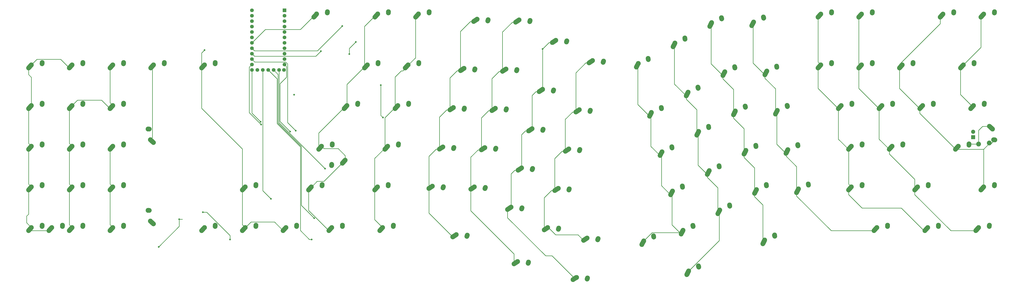
<source format=gbr>
%TF.GenerationSoftware,KiCad,Pcbnew,(5.1.10)-1*%
%TF.CreationDate,2021-06-30T08:48:38-07:00*%
%TF.ProjectId,HSC_Alice,4853435f-416c-4696-9365-2e6b69636164,rev?*%
%TF.SameCoordinates,Original*%
%TF.FileFunction,Copper,L1,Top*%
%TF.FilePolarity,Positive*%
%FSLAX46Y46*%
G04 Gerber Fmt 4.6, Leading zero omitted, Abs format (unit mm)*
G04 Created by KiCad (PCBNEW (5.1.10)-1) date 2021-06-30 08:48:38*
%MOMM*%
%LPD*%
G01*
G04 APERTURE LIST*
%TA.AperFunction,ComponentPad*%
%ADD10C,2.250000*%
%TD*%
%TA.AperFunction,ComponentPad*%
%ADD11R,1.905000X1.905000*%
%TD*%
%TA.AperFunction,ComponentPad*%
%ADD12C,1.905000*%
%TD*%
%TA.AperFunction,ComponentPad*%
%ADD13C,1.752600*%
%TD*%
%TA.AperFunction,ComponentPad*%
%ADD14R,1.752600X1.752600*%
%TD*%
%TA.AperFunction,ViaPad*%
%ADD15C,0.800000*%
%TD*%
%TA.AperFunction,Conductor*%
%ADD16C,0.254000*%
%TD*%
G04 APERTURE END LIST*
D10*
%TO.P,MX15,1*%
%TO.N,Col2*%
X-620824900Y-122250700D03*
%TA.AperFunction,ComponentPad*%
G36*
G01*
X-622886212Y-124548050D02*
X-622886217Y-124548045D01*
G75*
G02*
X-622972245Y-122959383I751317J837345D01*
G01*
X-621662243Y-121499383D01*
G75*
G02*
X-620073581Y-121413355I837345J-751317D01*
G01*
X-620073581Y-121413355D01*
G75*
G02*
X-619987553Y-123002017I-751317J-837345D01*
G01*
X-621297555Y-124462017D01*
G75*
G02*
X-622886217Y-124548045I-837345J751317D01*
G01*
G37*
%TD.AperFunction*%
%TO.P,MX15,2*%
%TO.N,Net-(D15-Pad2)*%
X-615784900Y-121170700D03*
%TA.AperFunction,ComponentPad*%
G36*
G01*
X-615901417Y-122873095D02*
X-615902303Y-122873034D01*
G75*
G02*
X-616947234Y-121673297I77403J1122334D01*
G01*
X-616907234Y-121093297D01*
G75*
G02*
X-615707497Y-120048366I1122334J-77403D01*
G01*
X-615707497Y-120048366D01*
G75*
G02*
X-614662566Y-121248103I-77403J-1122334D01*
G01*
X-614702566Y-121828103D01*
G75*
G02*
X-615902303Y-122873034I-1122334J77403D01*
G01*
G37*
%TD.AperFunction*%
%TD*%
%TO.P,MX48,1*%
%TO.N,Col7*%
X-431497543Y-176302199D03*
%TA.AperFunction,ComponentPad*%
G36*
G01*
X-434083216Y-177987763D02*
X-434083220Y-177987756D01*
G75*
G02*
X-433755140Y-176430960I942438J614358D01*
G01*
X-432111900Y-175359762D01*
G75*
G02*
X-430555104Y-175687842I614358J-942438D01*
G01*
X-430555104Y-175687842D01*
G75*
G02*
X-430883184Y-177244638I-942438J-614358D01*
G01*
X-432526424Y-178315836D01*
G75*
G02*
X-434083220Y-177987756I-614358J942438D01*
G01*
G37*
%TD.AperFunction*%
%TO.P,MX48,2*%
%TO.N,Net-(D48-Pad2)*%
X-426349753Y-176563447D03*
%TA.AperFunction,ComponentPad*%
G36*
G01*
X-426902912Y-178177677D02*
X-426903752Y-178177389D01*
G75*
G02*
X-427602563Y-176748084I365247J1064058D01*
G01*
X-427413811Y-176198200D01*
G75*
G02*
X-425984506Y-175499389I1064058J-365247D01*
G01*
X-425984506Y-175499389D01*
G75*
G02*
X-425285695Y-176928694I-365247J-1064058D01*
G01*
X-425474447Y-177478578D01*
G75*
G02*
X-426903752Y-178177389I-1064058J365247D01*
G01*
G37*
%TD.AperFunction*%
%TD*%
%TO.P,MX13,2*%
%TO.N,Net-(D13-Pad2)*%
%TA.AperFunction,ComponentPad*%
G36*
G01*
X-596851417Y-84773095D02*
X-596852303Y-84773034D01*
G75*
G02*
X-597897234Y-83573297I77403J1122334D01*
G01*
X-597857234Y-82993297D01*
G75*
G02*
X-596657497Y-81948366I1122334J-77403D01*
G01*
X-596657497Y-81948366D01*
G75*
G02*
X-595612566Y-83148103I-77403J-1122334D01*
G01*
X-595652566Y-83728103D01*
G75*
G02*
X-596852303Y-84773034I-1122334J77403D01*
G01*
G37*
%TD.AperFunction*%
X-596734900Y-83070700D03*
%TO.P,MX13,1*%
%TO.N,Col2*%
%TA.AperFunction,ComponentPad*%
G36*
G01*
X-603836212Y-86448050D02*
X-603836217Y-86448045D01*
G75*
G02*
X-603922245Y-84859383I751317J837345D01*
G01*
X-602612243Y-83399383D01*
G75*
G02*
X-601023581Y-83313355I837345J-751317D01*
G01*
X-601023581Y-83313355D01*
G75*
G02*
X-600937553Y-84902017I-751317J-837345D01*
G01*
X-602247555Y-86362017D01*
G75*
G02*
X-603836217Y-86448045I-837345J751317D01*
G01*
G37*
%TD.AperFunction*%
X-601774900Y-84150700D03*
%TD*%
%TO.P,MX106,2*%
%TO.N,Net-(D28-Pad2)*%
%TA.AperFunction,ComponentPad*%
G36*
G01*
X-518270167Y-122873095D02*
X-518271053Y-122873034D01*
G75*
G02*
X-519315984Y-121673297I77403J1122334D01*
G01*
X-519275984Y-121093297D01*
G75*
G02*
X-518076247Y-120048366I1122334J-77403D01*
G01*
X-518076247Y-120048366D01*
G75*
G02*
X-517031316Y-121248103I-77403J-1122334D01*
G01*
X-517071316Y-121828103D01*
G75*
G02*
X-518271053Y-122873034I-1122334J77403D01*
G01*
G37*
%TD.AperFunction*%
X-518153650Y-121170700D03*
%TO.P,MX106,1*%
%TO.N,Col4*%
%TA.AperFunction,ComponentPad*%
G36*
G01*
X-525254962Y-124548050D02*
X-525254967Y-124548045D01*
G75*
G02*
X-525340995Y-122959383I751317J837345D01*
G01*
X-524030993Y-121499383D01*
G75*
G02*
X-522442331Y-121413355I837345J-751317D01*
G01*
X-522442331Y-121413355D01*
G75*
G02*
X-522356303Y-123002017I-751317J-837345D01*
G01*
X-523666305Y-124462017D01*
G75*
G02*
X-525254967Y-124548045I-837345J751317D01*
G01*
G37*
%TD.AperFunction*%
X-523193650Y-122250700D03*
%TD*%
%TO.P,MX95,2*%
%TO.N,Net-(D95-Pad2)*%
%TA.AperFunction,ComponentPad*%
G36*
G01*
X-239448021Y-141923095D02*
X-239448907Y-141923034D01*
G75*
G02*
X-240493838Y-140723297I77403J1122334D01*
G01*
X-240453838Y-140143297D01*
G75*
G02*
X-239254101Y-139098366I1122334J-77403D01*
G01*
X-239254101Y-139098366D01*
G75*
G02*
X-238209170Y-140298103I-77403J-1122334D01*
G01*
X-238249170Y-140878103D01*
G75*
G02*
X-239448907Y-141923034I-1122334J77403D01*
G01*
G37*
%TD.AperFunction*%
X-239331504Y-140220700D03*
%TO.P,MX95,1*%
%TO.N,Col15*%
%TA.AperFunction,ComponentPad*%
G36*
G01*
X-246432816Y-143598050D02*
X-246432821Y-143598045D01*
G75*
G02*
X-246518849Y-142009383I751317J837345D01*
G01*
X-245208847Y-140549383D01*
G75*
G02*
X-243620185Y-140463355I837345J-751317D01*
G01*
X-243620185Y-140463355D01*
G75*
G02*
X-243534157Y-142052017I-751317J-837345D01*
G01*
X-244844159Y-143512017D01*
G75*
G02*
X-246432821Y-143598045I-837345J751317D01*
G01*
G37*
%TD.AperFunction*%
X-244371504Y-141300700D03*
%TD*%
%TO.P,MX29,1*%
%TO.N,Col4*%
X-527956150Y-141300700D03*
%TA.AperFunction,ComponentPad*%
G36*
G01*
X-530017462Y-143598050D02*
X-530017467Y-143598045D01*
G75*
G02*
X-530103495Y-142009383I751317J837345D01*
G01*
X-528793493Y-140549383D01*
G75*
G02*
X-527204831Y-140463355I837345J-751317D01*
G01*
X-527204831Y-140463355D01*
G75*
G02*
X-527118803Y-142052017I-751317J-837345D01*
G01*
X-528428805Y-143512017D01*
G75*
G02*
X-530017467Y-143598045I-837345J751317D01*
G01*
G37*
%TD.AperFunction*%
%TO.P,MX29,2*%
%TO.N,Net-(D29-Pad2)*%
X-522916150Y-140220700D03*
%TA.AperFunction,ComponentPad*%
G36*
G01*
X-523032667Y-141923095D02*
X-523033553Y-141923034D01*
G75*
G02*
X-524078484Y-140723297I77403J1122334D01*
G01*
X-524038484Y-140143297D01*
G75*
G02*
X-522838747Y-139098366I1122334J-77403D01*
G01*
X-522838747Y-139098366D01*
G75*
G02*
X-521793816Y-140298103I-77403J-1122334D01*
G01*
X-521833816Y-140878103D01*
G75*
G02*
X-523033553Y-141923034I-1122334J77403D01*
G01*
G37*
%TD.AperFunction*%
%TD*%
%TO.P,MX6,2*%
%TO.N,Net-(D6-Pad2)*%
%TA.AperFunction,ComponentPad*%
G36*
G01*
X-644476417Y-160973095D02*
X-644477303Y-160973034D01*
G75*
G02*
X-645522234Y-159773297I77403J1122334D01*
G01*
X-645482234Y-159193297D01*
G75*
G02*
X-644282497Y-158148366I1122334J-77403D01*
G01*
X-644282497Y-158148366D01*
G75*
G02*
X-643237566Y-159348103I-77403J-1122334D01*
G01*
X-643277566Y-159928103D01*
G75*
G02*
X-644477303Y-160973034I-1122334J77403D01*
G01*
G37*
%TD.AperFunction*%
X-644359900Y-159270700D03*
%TO.P,MX6,1*%
%TO.N,Col0*%
%TA.AperFunction,ComponentPad*%
G36*
G01*
X-651461212Y-162648050D02*
X-651461217Y-162648045D01*
G75*
G02*
X-651547245Y-161059383I751317J837345D01*
G01*
X-650237243Y-159599383D01*
G75*
G02*
X-648648581Y-159513355I837345J-751317D01*
G01*
X-648648581Y-159513355D01*
G75*
G02*
X-648562553Y-161102017I-751317J-837345D01*
G01*
X-649872555Y-162562017D01*
G75*
G02*
X-651461217Y-162648045I-837345J751317D01*
G01*
G37*
%TD.AperFunction*%
X-649399900Y-160350700D03*
%TD*%
%TO.P,MX107,1*%
%TO.N,Col16*%
%TA.AperFunction,ComponentPad*%
G36*
G01*
X-209918764Y-119147224D02*
X-209918838Y-119148301D01*
G75*
G02*
X-208719105Y-118103366I1122334J-77399D01*
G01*
X-208139105Y-118143364D01*
G75*
G02*
X-207094170Y-119343097I-77399J-1122334D01*
G01*
X-207094170Y-119343097D01*
G75*
G02*
X-208293903Y-120388032I-1122334J77399D01*
G01*
X-208873903Y-120348034D01*
G75*
G02*
X-209918838Y-119148301I77399J1122334D01*
G01*
G37*
%TD.AperFunction*%
X-208216504Y-119265700D03*
%TO.P,MX107,2*%
%TO.N,Net-(D101-Pad2)*%
%TA.AperFunction,ComponentPad*%
G36*
G01*
X-211593854Y-112164388D02*
X-211593854Y-112164388D01*
G75*
G02*
X-210005192Y-112078350I837350J-751312D01*
G01*
X-208545184Y-113388340D01*
G75*
G02*
X-208459146Y-114977002I-751312J-837350D01*
G01*
X-208459146Y-114977002D01*
G75*
G02*
X-210047808Y-115063040I-837350J751312D01*
G01*
X-211507816Y-113753050D01*
G75*
G02*
X-211593854Y-112164388I751312J837350D01*
G01*
G37*
%TD.AperFunction*%
X-209296504Y-114225700D03*
D11*
%TO.P,MX107,4*%
%TO.N,N/C*%
X-218376504Y-117995700D03*
D12*
%TO.P,MX107,3*%
X-218376504Y-115455700D03*
D10*
%TO.P,MX107,1*%
%TO.N,Col16*%
X-210796504Y-120725700D03*
%TO.P,MX107,2*%
%TO.N,Net-(D101-Pad2)*%
X-215796504Y-121225700D03*
%TD*%
%TO.P,MX105,1*%
%TO.N,Col17*%
X-218177754Y-103200700D03*
%TA.AperFunction,ComponentPad*%
G36*
G01*
X-220239066Y-105498050D02*
X-220239071Y-105498045D01*
G75*
G02*
X-220325099Y-103909383I751317J837345D01*
G01*
X-219015097Y-102449383D01*
G75*
G02*
X-217426435Y-102363355I837345J-751317D01*
G01*
X-217426435Y-102363355D01*
G75*
G02*
X-217340407Y-103952017I-751317J-837345D01*
G01*
X-218650409Y-105412017D01*
G75*
G02*
X-220239071Y-105498045I-837345J751317D01*
G01*
G37*
%TD.AperFunction*%
%TO.P,MX105,2*%
%TO.N,Net-(D105-Pad2)*%
X-213137754Y-102120700D03*
%TA.AperFunction,ComponentPad*%
G36*
G01*
X-213254271Y-103823095D02*
X-213255157Y-103823034D01*
G75*
G02*
X-214300088Y-102623297I77403J1122334D01*
G01*
X-214260088Y-102043297D01*
G75*
G02*
X-213060351Y-100998366I1122334J-77403D01*
G01*
X-213060351Y-100998366D01*
G75*
G02*
X-212015420Y-102198103I-77403J-1122334D01*
G01*
X-212055420Y-102778103D01*
G75*
G02*
X-213255157Y-103823034I-1122334J77403D01*
G01*
G37*
%TD.AperFunction*%
%TD*%
%TO.P,MX96,2*%
%TO.N,Net-(D96-Pad2)*%
%TA.AperFunction,ComponentPad*%
G36*
G01*
X-210873021Y-160973095D02*
X-210873907Y-160973034D01*
G75*
G02*
X-211918838Y-159773297I77403J1122334D01*
G01*
X-211878838Y-159193297D01*
G75*
G02*
X-210679101Y-158148366I1122334J-77403D01*
G01*
X-210679101Y-158148366D01*
G75*
G02*
X-209634170Y-159348103I-77403J-1122334D01*
G01*
X-209674170Y-159928103D01*
G75*
G02*
X-210873907Y-160973034I-1122334J77403D01*
G01*
G37*
%TD.AperFunction*%
X-210756504Y-159270700D03*
%TO.P,MX96,1*%
%TO.N,Col15*%
%TA.AperFunction,ComponentPad*%
G36*
G01*
X-217857816Y-162648050D02*
X-217857821Y-162648045D01*
G75*
G02*
X-217943849Y-161059383I751317J837345D01*
G01*
X-216633847Y-159599383D01*
G75*
G02*
X-215045185Y-159513355I837345J-751317D01*
G01*
X-215045185Y-159513355D01*
G75*
G02*
X-214959157Y-161102017I-751317J-837345D01*
G01*
X-216269159Y-162562017D01*
G75*
G02*
X-217857821Y-162648045I-837345J751317D01*
G01*
G37*
%TD.AperFunction*%
X-215796504Y-160350700D03*
%TD*%
%TO.P,MX36,2*%
%TO.N,Net-(D36-Pad2)*%
%TA.AperFunction,ComponentPad*%
G36*
G01*
X-489695167Y-160973095D02*
X-489696053Y-160973034D01*
G75*
G02*
X-490740984Y-159773297I77403J1122334D01*
G01*
X-490700984Y-159193297D01*
G75*
G02*
X-489501247Y-158148366I1122334J-77403D01*
G01*
X-489501247Y-158148366D01*
G75*
G02*
X-488456316Y-159348103I-77403J-1122334D01*
G01*
X-488496316Y-159928103D01*
G75*
G02*
X-489696053Y-160973034I-1122334J77403D01*
G01*
G37*
%TD.AperFunction*%
X-489578650Y-159270700D03*
%TO.P,MX36,1*%
%TO.N,Col5*%
%TA.AperFunction,ComponentPad*%
G36*
G01*
X-496679962Y-162648050D02*
X-496679967Y-162648045D01*
G75*
G02*
X-496765995Y-161059383I751317J837345D01*
G01*
X-495455993Y-159599383D01*
G75*
G02*
X-493867331Y-159513355I837345J-751317D01*
G01*
X-493867331Y-159513355D01*
G75*
G02*
X-493781303Y-161102017I-751317J-837345D01*
G01*
X-495091305Y-162562017D01*
G75*
G02*
X-496679967Y-162648045I-837345J751317D01*
G01*
G37*
%TD.AperFunction*%
X-494618650Y-160350700D03*
%TD*%
%TO.P,MX72,2*%
%TO.N,Net-(D72-Pad2)*%
%TA.AperFunction,ComponentPad*%
G36*
G01*
X-346513179Y-180004755D02*
X-346514050Y-180004926D01*
G75*
G02*
X-347833891Y-179116517I-215716J1104125D01*
G01*
X-347945369Y-178545927D01*
G75*
G02*
X-347056960Y-177226086I1104125J215716D01*
G01*
X-347056960Y-177226086D01*
G75*
G02*
X-345737119Y-178114495I215716J-1104125D01*
G01*
X-345625641Y-178685085D01*
G75*
G02*
X-346514050Y-180004926I-1104125J-215716D01*
G01*
G37*
%TD.AperFunction*%
X-346841244Y-178330211D03*
%TO.P,MX72,1*%
%TO.N,Col11*%
%TA.AperFunction,ComponentPad*%
G36*
G01*
X-352826462Y-183430436D02*
X-352826469Y-183430433D01*
G75*
G02*
X-353320742Y-181918168I508996J1003269D01*
G01*
X-352433254Y-180168864D01*
G75*
G02*
X-350920989Y-179674591I1003269J-508996D01*
G01*
X-350920989Y-179674591D01*
G75*
G02*
X-350426716Y-181186856I-508996J-1003269D01*
G01*
X-351314204Y-182936160D01*
G75*
G02*
X-352826469Y-183430433I-1003269J508996D01*
G01*
G37*
%TD.AperFunction*%
X-351429986Y-180677859D03*
%TD*%
%TO.P,MX100,2*%
%TO.N,Net-(D6-Pad2)*%
%TA.AperFunction,ComponentPad*%
G36*
G01*
X-654001417Y-160973095D02*
X-654002303Y-160973034D01*
G75*
G02*
X-655047234Y-159773297I77403J1122334D01*
G01*
X-655007234Y-159193297D01*
G75*
G02*
X-653807497Y-158148366I1122334J-77403D01*
G01*
X-653807497Y-158148366D01*
G75*
G02*
X-652762566Y-159348103I-77403J-1122334D01*
G01*
X-652802566Y-159928103D01*
G75*
G02*
X-654002303Y-160973034I-1122334J77403D01*
G01*
G37*
%TD.AperFunction*%
X-653884900Y-159270700D03*
%TO.P,MX100,1*%
%TO.N,Col0*%
%TA.AperFunction,ComponentPad*%
G36*
G01*
X-660986212Y-162648050D02*
X-660986217Y-162648045D01*
G75*
G02*
X-661072245Y-161059383I751317J837345D01*
G01*
X-659762243Y-159599383D01*
G75*
G02*
X-658173581Y-159513355I837345J-751317D01*
G01*
X-658173581Y-159513355D01*
G75*
G02*
X-658087553Y-161102017I-751317J-837345D01*
G01*
X-659397555Y-162562017D01*
G75*
G02*
X-660986217Y-162648045I-837345J751317D01*
G01*
G37*
%TD.AperFunction*%
X-658924900Y-160350700D03*
%TD*%
%TO.P,MX14,2*%
%TO.N,Net-(D14-Pad2)*%
%TA.AperFunction,ComponentPad*%
G36*
G01*
X-602652505Y-114302217D02*
X-602652566Y-114303103D01*
G75*
G02*
X-603852303Y-115348034I-1122334J77403D01*
G01*
X-604432303Y-115308034D01*
G75*
G02*
X-605477234Y-114108297I77403J1122334D01*
G01*
X-605477234Y-114108297D01*
G75*
G02*
X-604277497Y-113063366I1122334J-77403D01*
G01*
X-603697497Y-113103366D01*
G75*
G02*
X-602652566Y-114303103I-77403J-1122334D01*
G01*
G37*
%TD.AperFunction*%
X-604354900Y-114185700D03*
%TO.P,MX14,1*%
%TO.N,Col2*%
%TA.AperFunction,ComponentPad*%
G36*
G01*
X-600977550Y-121287012D02*
X-600977555Y-121287017D01*
G75*
G02*
X-602566217Y-121373045I-837345J751317D01*
G01*
X-604026217Y-120063043D01*
G75*
G02*
X-604112245Y-118474381I751317J837345D01*
G01*
X-604112245Y-118474381D01*
G75*
G02*
X-602523583Y-118388353I837345J-751317D01*
G01*
X-601063583Y-119698355D01*
G75*
G02*
X-600977555Y-121287017I-751317J-837345D01*
G01*
G37*
%TD.AperFunction*%
X-603274900Y-119225700D03*
%TD*%
%TO.P,MX18,2*%
%TO.N,Net-(D18-Pad2)*%
%TA.AperFunction,ComponentPad*%
G36*
G01*
X-602652505Y-152402217D02*
X-602652566Y-152403103D01*
G75*
G02*
X-603852303Y-153448034I-1122334J77403D01*
G01*
X-604432303Y-153408034D01*
G75*
G02*
X-605477234Y-152208297I77403J1122334D01*
G01*
X-605477234Y-152208297D01*
G75*
G02*
X-604277497Y-151163366I1122334J-77403D01*
G01*
X-603697497Y-151203366D01*
G75*
G02*
X-602652566Y-152403103I-77403J-1122334D01*
G01*
G37*
%TD.AperFunction*%
X-604354900Y-152285700D03*
%TO.P,MX18,1*%
%TO.N,Col2*%
%TA.AperFunction,ComponentPad*%
G36*
G01*
X-600977550Y-159387012D02*
X-600977555Y-159387017D01*
G75*
G02*
X-602566217Y-159473045I-837345J751317D01*
G01*
X-604026217Y-158163043D01*
G75*
G02*
X-604112245Y-156574381I751317J837345D01*
G01*
X-604112245Y-156574381D01*
G75*
G02*
X-602523583Y-156488353I837345J-751317D01*
G01*
X-601063583Y-157798355D01*
G75*
G02*
X-600977555Y-159387017I-751317J-837345D01*
G01*
G37*
%TD.AperFunction*%
X-603274900Y-157325700D03*
%TD*%
%TO.P,MX104,2*%
%TO.N,Net-(D104-Pad2)*%
%TA.AperFunction,ComponentPad*%
G36*
G01*
X-218016771Y-84773095D02*
X-218017657Y-84773034D01*
G75*
G02*
X-219062588Y-83573297I77403J1122334D01*
G01*
X-219022588Y-82993297D01*
G75*
G02*
X-217822851Y-81948366I1122334J-77403D01*
G01*
X-217822851Y-81948366D01*
G75*
G02*
X-216777920Y-83148103I-77403J-1122334D01*
G01*
X-216817920Y-83728103D01*
G75*
G02*
X-218017657Y-84773034I-1122334J77403D01*
G01*
G37*
%TD.AperFunction*%
X-217900254Y-83070700D03*
%TO.P,MX104,1*%
%TO.N,Col17*%
%TA.AperFunction,ComponentPad*%
G36*
G01*
X-225001566Y-86448050D02*
X-225001571Y-86448045D01*
G75*
G02*
X-225087599Y-84859383I751317J837345D01*
G01*
X-223777597Y-83399383D01*
G75*
G02*
X-222188935Y-83313355I837345J-751317D01*
G01*
X-222188935Y-83313355D01*
G75*
G02*
X-222102907Y-84902017I-751317J-837345D01*
G01*
X-223412909Y-86362017D01*
G75*
G02*
X-225001571Y-86448045I-837345J751317D01*
G01*
G37*
%TD.AperFunction*%
X-222940254Y-84150700D03*
%TD*%
%TO.P,MX16,2*%
%TO.N,Net-(D16-Pad2)*%
%TA.AperFunction,ComponentPad*%
G36*
G01*
X-615901417Y-141923095D02*
X-615902303Y-141923034D01*
G75*
G02*
X-616947234Y-140723297I77403J1122334D01*
G01*
X-616907234Y-140143297D01*
G75*
G02*
X-615707497Y-139098366I1122334J-77403D01*
G01*
X-615707497Y-139098366D01*
G75*
G02*
X-614662566Y-140298103I-77403J-1122334D01*
G01*
X-614702566Y-140878103D01*
G75*
G02*
X-615902303Y-141923034I-1122334J77403D01*
G01*
G37*
%TD.AperFunction*%
X-615784900Y-140220700D03*
%TO.P,MX16,1*%
%TO.N,Col2*%
%TA.AperFunction,ComponentPad*%
G36*
G01*
X-622886212Y-143598050D02*
X-622886217Y-143598045D01*
G75*
G02*
X-622972245Y-142009383I751317J837345D01*
G01*
X-621662243Y-140549383D01*
G75*
G02*
X-620073581Y-140463355I837345J-751317D01*
G01*
X-620073581Y-140463355D01*
G75*
G02*
X-619987553Y-142052017I-751317J-837345D01*
G01*
X-621297555Y-143512017D01*
G75*
G02*
X-622886217Y-143598045I-837345J751317D01*
G01*
G37*
%TD.AperFunction*%
X-620824900Y-141300700D03*
%TD*%
%TO.P,MX54,2*%
%TO.N,Net-(D54-Pad2)*%
%TA.AperFunction,ComponentPad*%
G36*
G01*
X-399301582Y-185573431D02*
X-399302422Y-185573143D01*
G75*
G02*
X-400001233Y-184143838I365247J1064058D01*
G01*
X-399812481Y-183593954D01*
G75*
G02*
X-398383176Y-182895143I1064058J-365247D01*
G01*
X-398383176Y-182895143D01*
G75*
G02*
X-397684365Y-184324448I-365247J-1064058D01*
G01*
X-397873117Y-184874332D01*
G75*
G02*
X-399302422Y-185573143I-1064058J365247D01*
G01*
G37*
%TD.AperFunction*%
X-398748423Y-183959201D03*
%TO.P,MX54,1*%
%TO.N,Col8*%
%TA.AperFunction,ComponentPad*%
G36*
G01*
X-406481886Y-185383517D02*
X-406481890Y-185383510D01*
G75*
G02*
X-406153810Y-183826714I942438J614358D01*
G01*
X-404510570Y-182755516D01*
G75*
G02*
X-402953774Y-183083596I614358J-942438D01*
G01*
X-402953774Y-183083596D01*
G75*
G02*
X-403281854Y-184640392I-942438J-614358D01*
G01*
X-404925094Y-185711590D01*
G75*
G02*
X-406481890Y-185383510I-614358J942438D01*
G01*
G37*
%TD.AperFunction*%
X-403896213Y-183697953D03*
%TD*%
D13*
%TO.P,U2,25*%
%TO.N,Row3*%
X-543077400Y-86537800D03*
%TO.P,U2,26*%
%TO.N,Row4*%
X-545617400Y-86537800D03*
%TO.P,U2,27*%
%TO.N,Row5*%
X-548157400Y-86537800D03*
%TO.P,U2,28*%
%TO.N,Row2*%
X-550697400Y-86537800D03*
%TO.P,U2,29*%
%TO.N,Row1*%
X-553237400Y-86537800D03*
%TO.P,U2,24*%
%TO.N,Col0*%
X-555777400Y-58597800D03*
%TO.P,U2,12*%
%TO.N,Col8*%
X-540766000Y-86537800D03*
%TO.P,U2,23*%
%TO.N,Net-(U2-Pad23)*%
X-555777400Y-61137800D03*
%TO.P,U2,22*%
%TO.N,Net-(U2-Pad22)*%
X-555777400Y-63677800D03*
%TO.P,U2,21*%
%TO.N,Net-(U2-Pad21)*%
X-555777400Y-66217800D03*
%TO.P,U2,20*%
%TO.N,Col1*%
X-555777400Y-68757800D03*
%TO.P,U2,19*%
%TO.N,Col2*%
X-555777400Y-71297800D03*
%TO.P,U2,18*%
%TO.N,Col3*%
X-555777400Y-73837800D03*
%TO.P,U2,17*%
%TO.N,Row0*%
X-555777400Y-76377800D03*
%TO.P,U2,16*%
%TO.N,Col5*%
X-555777400Y-78917800D03*
%TO.P,U2,15*%
%TO.N,Col6*%
X-555777400Y-81457800D03*
%TO.P,U2,14*%
%TO.N,Col10*%
X-555777400Y-83997800D03*
%TO.P,U2,13*%
%TO.N,Col9*%
X-555777400Y-86537800D03*
%TO.P,U2,11*%
%TO.N,Col7*%
X-540537400Y-83997800D03*
%TO.P,U2,10*%
%TO.N,Col4*%
X-540537400Y-81457800D03*
%TO.P,U2,9*%
%TO.N,Col11*%
X-540537400Y-78917800D03*
%TO.P,U2,8*%
%TO.N,Col12*%
X-540537400Y-76377800D03*
%TO.P,U2,7*%
%TO.N,Col13*%
X-540537400Y-73837800D03*
%TO.P,U2,6*%
%TO.N,Col14*%
X-540537400Y-71297800D03*
%TO.P,U2,5*%
%TO.N,Col15*%
X-540537400Y-68757800D03*
%TO.P,U2,4*%
%TO.N,Net-(U2-Pad4)*%
X-540537400Y-66217800D03*
%TO.P,U2,3*%
%TO.N,Net-(U2-Pad3)*%
X-540537400Y-63677800D03*
%TO.P,U2,2*%
%TO.N,Col16*%
X-540537400Y-61137800D03*
D14*
%TO.P,U2,1*%
%TO.N,Col17*%
X-540537400Y-58597800D03*
%TD*%
%TO.P,MX103,2*%
%TO.N,Net-(D103-Pad2)*%
%TA.AperFunction,ComponentPad*%
G36*
G01*
X-208491771Y-60960595D02*
X-208492657Y-60960534D01*
G75*
G02*
X-209537588Y-59760797I77403J1122334D01*
G01*
X-209497588Y-59180797D01*
G75*
G02*
X-208297851Y-58135866I1122334J-77403D01*
G01*
X-208297851Y-58135866D01*
G75*
G02*
X-207252920Y-59335603I-77403J-1122334D01*
G01*
X-207292920Y-59915603D01*
G75*
G02*
X-208492657Y-60960534I-1122334J77403D01*
G01*
G37*
%TD.AperFunction*%
D10*
X-208375254Y-59258200D03*
%TO.P,MX103,1*%
%TO.N,Col17*%
%TA.AperFunction,ComponentPad*%
G36*
G01*
X-215476566Y-62635550D02*
X-215476571Y-62635545D01*
G75*
G02*
X-215562599Y-61046883I751317J837345D01*
G01*
X-214252597Y-59586883D01*
G75*
G02*
X-212663935Y-59500855I837345J-751317D01*
G01*
X-212663935Y-59500855D01*
G75*
G02*
X-212577907Y-61089517I-751317J-837345D01*
G01*
X-213887909Y-62549517D01*
G75*
G02*
X-215476571Y-62635545I-837345J751317D01*
G01*
G37*
%TD.AperFunction*%
X-213415254Y-60338200D03*
%TD*%
%TO.P,MX102,2*%
%TO.N,Net-(D102-Pad2)*%
%TA.AperFunction,ComponentPad*%
G36*
G01*
X-208491771Y-141923095D02*
X-208492657Y-141923034D01*
G75*
G02*
X-209537588Y-140723297I77403J1122334D01*
G01*
X-209497588Y-140143297D01*
G75*
G02*
X-208297851Y-139098366I1122334J-77403D01*
G01*
X-208297851Y-139098366D01*
G75*
G02*
X-207252920Y-140298103I-77403J-1122334D01*
G01*
X-207292920Y-140878103D01*
G75*
G02*
X-208492657Y-141923034I-1122334J77403D01*
G01*
G37*
%TD.AperFunction*%
X-208375254Y-140220700D03*
%TO.P,MX102,1*%
%TO.N,Col16*%
%TA.AperFunction,ComponentPad*%
G36*
G01*
X-215476566Y-143598050D02*
X-215476571Y-143598045D01*
G75*
G02*
X-215562599Y-142009383I751317J837345D01*
G01*
X-214252597Y-140549383D01*
G75*
G02*
X-212663935Y-140463355I837345J-751317D01*
G01*
X-212663935Y-140463355D01*
G75*
G02*
X-212577907Y-142052017I-751317J-837345D01*
G01*
X-213887909Y-143512017D01*
G75*
G02*
X-215476571Y-143598045I-837345J751317D01*
G01*
G37*
%TD.AperFunction*%
X-213415254Y-141300700D03*
%TD*%
%TO.P,MX101,2*%
%TO.N,Net-(D101-Pad2)*%
%TA.AperFunction,ComponentPad*%
G36*
G01*
X-220398021Y-122873095D02*
X-220398907Y-122873034D01*
G75*
G02*
X-221443838Y-121673297I77403J1122334D01*
G01*
X-221403838Y-121093297D01*
G75*
G02*
X-220204101Y-120048366I1122334J-77403D01*
G01*
X-220204101Y-120048366D01*
G75*
G02*
X-219159170Y-121248103I-77403J-1122334D01*
G01*
X-219199170Y-121828103D01*
G75*
G02*
X-220398907Y-122873034I-1122334J77403D01*
G01*
G37*
%TD.AperFunction*%
X-220281504Y-121170700D03*
%TO.P,MX101,1*%
%TO.N,Col16*%
%TA.AperFunction,ComponentPad*%
G36*
G01*
X-227382816Y-124548050D02*
X-227382821Y-124548045D01*
G75*
G02*
X-227468849Y-122959383I751317J837345D01*
G01*
X-226158847Y-121499383D01*
G75*
G02*
X-224570185Y-121413355I837345J-751317D01*
G01*
X-224570185Y-121413355D01*
G75*
G02*
X-224484157Y-123002017I-751317J-837345D01*
G01*
X-225794159Y-124462017D01*
G75*
G02*
X-227382821Y-124548045I-837345J751317D01*
G01*
G37*
%TD.AperFunction*%
X-225321504Y-122250700D03*
%TD*%
%TO.P,MX99,2*%
%TO.N,Net-(D99-Pad2)*%
%TA.AperFunction,ComponentPad*%
G36*
G01*
X-237066771Y-103823095D02*
X-237067657Y-103823034D01*
G75*
G02*
X-238112588Y-102623297I77403J1122334D01*
G01*
X-238072588Y-102043297D01*
G75*
G02*
X-236872851Y-100998366I1122334J-77403D01*
G01*
X-236872851Y-100998366D01*
G75*
G02*
X-235827920Y-102198103I-77403J-1122334D01*
G01*
X-235867920Y-102778103D01*
G75*
G02*
X-237067657Y-103823034I-1122334J77403D01*
G01*
G37*
%TD.AperFunction*%
X-236950254Y-102120700D03*
%TO.P,MX99,1*%
%TO.N,Col16*%
%TA.AperFunction,ComponentPad*%
G36*
G01*
X-244051566Y-105498050D02*
X-244051571Y-105498045D01*
G75*
G02*
X-244137599Y-103909383I751317J837345D01*
G01*
X-242827597Y-102449383D01*
G75*
G02*
X-241238935Y-102363355I837345J-751317D01*
G01*
X-241238935Y-102363355D01*
G75*
G02*
X-241152907Y-103952017I-751317J-837345D01*
G01*
X-242462909Y-105412017D01*
G75*
G02*
X-244051571Y-105498045I-837345J751317D01*
G01*
G37*
%TD.AperFunction*%
X-241990254Y-103200700D03*
%TD*%
%TO.P,MX98,2*%
%TO.N,Net-(D98-Pad2)*%
%TA.AperFunction,ComponentPad*%
G36*
G01*
X-246591771Y-84773095D02*
X-246592657Y-84773034D01*
G75*
G02*
X-247637588Y-83573297I77403J1122334D01*
G01*
X-247597588Y-82993297D01*
G75*
G02*
X-246397851Y-81948366I1122334J-77403D01*
G01*
X-246397851Y-81948366D01*
G75*
G02*
X-245352920Y-83148103I-77403J-1122334D01*
G01*
X-245392920Y-83728103D01*
G75*
G02*
X-246592657Y-84773034I-1122334J77403D01*
G01*
G37*
%TD.AperFunction*%
X-246475254Y-83070700D03*
%TO.P,MX98,1*%
%TO.N,Col16*%
%TA.AperFunction,ComponentPad*%
G36*
G01*
X-253576566Y-86448050D02*
X-253576571Y-86448045D01*
G75*
G02*
X-253662599Y-84859383I751317J837345D01*
G01*
X-252352597Y-83399383D01*
G75*
G02*
X-250763935Y-83313355I837345J-751317D01*
G01*
X-250763935Y-83313355D01*
G75*
G02*
X-250677907Y-84902017I-751317J-837345D01*
G01*
X-251987909Y-86362017D01*
G75*
G02*
X-253576571Y-86448045I-837345J751317D01*
G01*
G37*
%TD.AperFunction*%
X-251515254Y-84150700D03*
%TD*%
%TO.P,MX97,2*%
%TO.N,Net-(D97-Pad2)*%
%TA.AperFunction,ComponentPad*%
G36*
G01*
X-227541771Y-60960595D02*
X-227542657Y-60960534D01*
G75*
G02*
X-228587588Y-59760797I77403J1122334D01*
G01*
X-228547588Y-59180797D01*
G75*
G02*
X-227347851Y-58135866I1122334J-77403D01*
G01*
X-227347851Y-58135866D01*
G75*
G02*
X-226302920Y-59335603I-77403J-1122334D01*
G01*
X-226342920Y-59915603D01*
G75*
G02*
X-227542657Y-60960534I-1122334J77403D01*
G01*
G37*
%TD.AperFunction*%
X-227425254Y-59258200D03*
%TO.P,MX97,1*%
%TO.N,Col16*%
%TA.AperFunction,ComponentPad*%
G36*
G01*
X-234526566Y-62635550D02*
X-234526571Y-62635545D01*
G75*
G02*
X-234612599Y-61046883I751317J837345D01*
G01*
X-233302597Y-59586883D01*
G75*
G02*
X-231713935Y-59500855I837345J-751317D01*
G01*
X-231713935Y-59500855D01*
G75*
G02*
X-231627907Y-61089517I-751317J-837345D01*
G01*
X-232937909Y-62549517D01*
G75*
G02*
X-234526571Y-62635545I-837345J751317D01*
G01*
G37*
%TD.AperFunction*%
X-232465254Y-60338200D03*
%TD*%
%TO.P,MX94,2*%
%TO.N,Net-(D94-Pad2)*%
%TA.AperFunction,ComponentPad*%
G36*
G01*
X-251354271Y-122873095D02*
X-251355157Y-122873034D01*
G75*
G02*
X-252400088Y-121673297I77403J1122334D01*
G01*
X-252360088Y-121093297D01*
G75*
G02*
X-251160351Y-120048366I1122334J-77403D01*
G01*
X-251160351Y-120048366D01*
G75*
G02*
X-250115420Y-121248103I-77403J-1122334D01*
G01*
X-250155420Y-121828103D01*
G75*
G02*
X-251355157Y-122873034I-1122334J77403D01*
G01*
G37*
%TD.AperFunction*%
X-251237754Y-121170700D03*
%TO.P,MX94,1*%
%TO.N,Col15*%
%TA.AperFunction,ComponentPad*%
G36*
G01*
X-258339066Y-124548050D02*
X-258339071Y-124548045D01*
G75*
G02*
X-258425099Y-122959383I751317J837345D01*
G01*
X-257115097Y-121499383D01*
G75*
G02*
X-255526435Y-121413355I837345J-751317D01*
G01*
X-255526435Y-121413355D01*
G75*
G02*
X-255440407Y-123002017I-751317J-837345D01*
G01*
X-256750409Y-124462017D01*
G75*
G02*
X-258339071Y-124548045I-837345J751317D01*
G01*
G37*
%TD.AperFunction*%
X-256277754Y-122250700D03*
%TD*%
%TO.P,MX93,2*%
%TO.N,Net-(D93-Pad2)*%
%TA.AperFunction,ComponentPad*%
G36*
G01*
X-256116771Y-103823095D02*
X-256117657Y-103823034D01*
G75*
G02*
X-257162588Y-102623297I77403J1122334D01*
G01*
X-257122588Y-102043297D01*
G75*
G02*
X-255922851Y-100998366I1122334J-77403D01*
G01*
X-255922851Y-100998366D01*
G75*
G02*
X-254877920Y-102198103I-77403J-1122334D01*
G01*
X-254917920Y-102778103D01*
G75*
G02*
X-256117657Y-103823034I-1122334J77403D01*
G01*
G37*
%TD.AperFunction*%
X-256000254Y-102120700D03*
%TO.P,MX93,1*%
%TO.N,Col15*%
%TA.AperFunction,ComponentPad*%
G36*
G01*
X-263101566Y-105498050D02*
X-263101571Y-105498045D01*
G75*
G02*
X-263187599Y-103909383I751317J837345D01*
G01*
X-261877597Y-102449383D01*
G75*
G02*
X-260288935Y-102363355I837345J-751317D01*
G01*
X-260288935Y-102363355D01*
G75*
G02*
X-260202907Y-103952017I-751317J-837345D01*
G01*
X-261512909Y-105412017D01*
G75*
G02*
X-263101571Y-105498045I-837345J751317D01*
G01*
G37*
%TD.AperFunction*%
X-261040254Y-103200700D03*
%TD*%
%TO.P,MX92,2*%
%TO.N,Net-(D92-Pad2)*%
%TA.AperFunction,ComponentPad*%
G36*
G01*
X-265641771Y-84773095D02*
X-265642657Y-84773034D01*
G75*
G02*
X-266687588Y-83573297I77403J1122334D01*
G01*
X-266647588Y-82993297D01*
G75*
G02*
X-265447851Y-81948366I1122334J-77403D01*
G01*
X-265447851Y-81948366D01*
G75*
G02*
X-264402920Y-83148103I-77403J-1122334D01*
G01*
X-264442920Y-83728103D01*
G75*
G02*
X-265642657Y-84773034I-1122334J77403D01*
G01*
G37*
%TD.AperFunction*%
X-265525254Y-83070700D03*
%TO.P,MX92,1*%
%TO.N,Col15*%
%TA.AperFunction,ComponentPad*%
G36*
G01*
X-272626566Y-86448050D02*
X-272626571Y-86448045D01*
G75*
G02*
X-272712599Y-84859383I751317J837345D01*
G01*
X-271402597Y-83399383D01*
G75*
G02*
X-269813935Y-83313355I837345J-751317D01*
G01*
X-269813935Y-83313355D01*
G75*
G02*
X-269727907Y-84902017I-751317J-837345D01*
G01*
X-271037909Y-86362017D01*
G75*
G02*
X-272626571Y-86448045I-837345J751317D01*
G01*
G37*
%TD.AperFunction*%
X-270565254Y-84150700D03*
%TD*%
%TO.P,MX91,2*%
%TO.N,Net-(D91-Pad2)*%
%TA.AperFunction,ComponentPad*%
G36*
G01*
X-265641771Y-60960595D02*
X-265642657Y-60960534D01*
G75*
G02*
X-266687588Y-59760797I77403J1122334D01*
G01*
X-266647588Y-59180797D01*
G75*
G02*
X-265447851Y-58135866I1122334J-77403D01*
G01*
X-265447851Y-58135866D01*
G75*
G02*
X-264402920Y-59335603I-77403J-1122334D01*
G01*
X-264442920Y-59915603D01*
G75*
G02*
X-265642657Y-60960534I-1122334J77403D01*
G01*
G37*
%TD.AperFunction*%
X-265525254Y-59258200D03*
%TO.P,MX91,1*%
%TO.N,Col15*%
%TA.AperFunction,ComponentPad*%
G36*
G01*
X-272626566Y-62635550D02*
X-272626571Y-62635545D01*
G75*
G02*
X-272712599Y-61046883I751317J837345D01*
G01*
X-271402597Y-59586883D01*
G75*
G02*
X-269813935Y-59500855I837345J-751317D01*
G01*
X-269813935Y-59500855D01*
G75*
G02*
X-269727907Y-61089517I-751317J-837345D01*
G01*
X-271037909Y-62549517D01*
G75*
G02*
X-272626571Y-62635545I-837345J751317D01*
G01*
G37*
%TD.AperFunction*%
X-270565254Y-60338200D03*
%TD*%
%TO.P,MX90,2*%
%TO.N,Net-(D90-Pad2)*%
%TA.AperFunction,ComponentPad*%
G36*
G01*
X-234685521Y-160973095D02*
X-234686407Y-160973034D01*
G75*
G02*
X-235731338Y-159773297I77403J1122334D01*
G01*
X-235691338Y-159193297D01*
G75*
G02*
X-234491601Y-158148366I1122334J-77403D01*
G01*
X-234491601Y-158148366D01*
G75*
G02*
X-233446670Y-159348103I-77403J-1122334D01*
G01*
X-233486670Y-159928103D01*
G75*
G02*
X-234686407Y-160973034I-1122334J77403D01*
G01*
G37*
%TD.AperFunction*%
X-234569004Y-159270700D03*
%TO.P,MX90,1*%
%TO.N,Col14*%
%TA.AperFunction,ComponentPad*%
G36*
G01*
X-241670316Y-162648050D02*
X-241670321Y-162648045D01*
G75*
G02*
X-241756349Y-161059383I751317J837345D01*
G01*
X-240446347Y-159599383D01*
G75*
G02*
X-238857685Y-159513355I837345J-751317D01*
G01*
X-238857685Y-159513355D01*
G75*
G02*
X-238771657Y-161102017I-751317J-837345D01*
G01*
X-240081659Y-162562017D01*
G75*
G02*
X-241670321Y-162648045I-837345J751317D01*
G01*
G37*
%TD.AperFunction*%
X-239609004Y-160350700D03*
%TD*%
%TO.P,MX89,2*%
%TO.N,Net-(D89-Pad2)*%
%TA.AperFunction,ComponentPad*%
G36*
G01*
X-270404271Y-141923095D02*
X-270405157Y-141923034D01*
G75*
G02*
X-271450088Y-140723297I77403J1122334D01*
G01*
X-271410088Y-140143297D01*
G75*
G02*
X-270210351Y-139098366I1122334J-77403D01*
G01*
X-270210351Y-139098366D01*
G75*
G02*
X-269165420Y-140298103I-77403J-1122334D01*
G01*
X-269205420Y-140878103D01*
G75*
G02*
X-270405157Y-141923034I-1122334J77403D01*
G01*
G37*
%TD.AperFunction*%
X-270287754Y-140220700D03*
%TO.P,MX89,1*%
%TO.N,Col14*%
%TA.AperFunction,ComponentPad*%
G36*
G01*
X-277389066Y-143598050D02*
X-277389071Y-143598045D01*
G75*
G02*
X-277475099Y-142009383I751317J837345D01*
G01*
X-276165097Y-140549383D01*
G75*
G02*
X-274576435Y-140463355I837345J-751317D01*
G01*
X-274576435Y-140463355D01*
G75*
G02*
X-274490407Y-142052017I-751317J-837345D01*
G01*
X-275800409Y-143512017D01*
G75*
G02*
X-277389071Y-143598045I-837345J751317D01*
G01*
G37*
%TD.AperFunction*%
X-275327754Y-141300700D03*
%TD*%
%TO.P,MX88,2*%
%TO.N,Net-(D88-Pad2)*%
%TA.AperFunction,ComponentPad*%
G36*
G01*
X-270404271Y-122873095D02*
X-270405157Y-122873034D01*
G75*
G02*
X-271450088Y-121673297I77403J1122334D01*
G01*
X-271410088Y-121093297D01*
G75*
G02*
X-270210351Y-120048366I1122334J-77403D01*
G01*
X-270210351Y-120048366D01*
G75*
G02*
X-269165420Y-121248103I-77403J-1122334D01*
G01*
X-269205420Y-121828103D01*
G75*
G02*
X-270405157Y-122873034I-1122334J77403D01*
G01*
G37*
%TD.AperFunction*%
X-270287754Y-121170700D03*
%TO.P,MX88,1*%
%TO.N,Col14*%
%TA.AperFunction,ComponentPad*%
G36*
G01*
X-277389066Y-124548050D02*
X-277389071Y-124548045D01*
G75*
G02*
X-277475099Y-122959383I751317J837345D01*
G01*
X-276165097Y-121499383D01*
G75*
G02*
X-274576435Y-121413355I837345J-751317D01*
G01*
X-274576435Y-121413355D01*
G75*
G02*
X-274490407Y-123002017I-751317J-837345D01*
G01*
X-275800409Y-124462017D01*
G75*
G02*
X-277389071Y-124548045I-837345J751317D01*
G01*
G37*
%TD.AperFunction*%
X-275327754Y-122250700D03*
%TD*%
%TO.P,MX87,2*%
%TO.N,Net-(D87-Pad2)*%
%TA.AperFunction,ComponentPad*%
G36*
G01*
X-275166771Y-103823095D02*
X-275167657Y-103823034D01*
G75*
G02*
X-276212588Y-102623297I77403J1122334D01*
G01*
X-276172588Y-102043297D01*
G75*
G02*
X-274972851Y-100998366I1122334J-77403D01*
G01*
X-274972851Y-100998366D01*
G75*
G02*
X-273927920Y-102198103I-77403J-1122334D01*
G01*
X-273967920Y-102778103D01*
G75*
G02*
X-275167657Y-103823034I-1122334J77403D01*
G01*
G37*
%TD.AperFunction*%
X-275050254Y-102120700D03*
%TO.P,MX87,1*%
%TO.N,Col14*%
%TA.AperFunction,ComponentPad*%
G36*
G01*
X-282151566Y-105498050D02*
X-282151571Y-105498045D01*
G75*
G02*
X-282237599Y-103909383I751317J837345D01*
G01*
X-280927597Y-102449383D01*
G75*
G02*
X-279338935Y-102363355I837345J-751317D01*
G01*
X-279338935Y-102363355D01*
G75*
G02*
X-279252907Y-103952017I-751317J-837345D01*
G01*
X-280562909Y-105412017D01*
G75*
G02*
X-282151571Y-105498045I-837345J751317D01*
G01*
G37*
%TD.AperFunction*%
X-280090254Y-103200700D03*
%TD*%
%TO.P,MX86,2*%
%TO.N,Net-(D86-Pad2)*%
%TA.AperFunction,ComponentPad*%
G36*
G01*
X-284691771Y-84773095D02*
X-284692657Y-84773034D01*
G75*
G02*
X-285737588Y-83573297I77403J1122334D01*
G01*
X-285697588Y-82993297D01*
G75*
G02*
X-284497851Y-81948366I1122334J-77403D01*
G01*
X-284497851Y-81948366D01*
G75*
G02*
X-283452920Y-83148103I-77403J-1122334D01*
G01*
X-283492920Y-83728103D01*
G75*
G02*
X-284692657Y-84773034I-1122334J77403D01*
G01*
G37*
%TD.AperFunction*%
X-284575254Y-83070700D03*
%TO.P,MX86,1*%
%TO.N,Col14*%
%TA.AperFunction,ComponentPad*%
G36*
G01*
X-291676566Y-86448050D02*
X-291676571Y-86448045D01*
G75*
G02*
X-291762599Y-84859383I751317J837345D01*
G01*
X-290452597Y-83399383D01*
G75*
G02*
X-288863935Y-83313355I837345J-751317D01*
G01*
X-288863935Y-83313355D01*
G75*
G02*
X-288777907Y-84902017I-751317J-837345D01*
G01*
X-290087909Y-86362017D01*
G75*
G02*
X-291676571Y-86448045I-837345J751317D01*
G01*
G37*
%TD.AperFunction*%
X-289615254Y-84150700D03*
%TD*%
%TO.P,MX85,2*%
%TO.N,Net-(D85-Pad2)*%
%TA.AperFunction,ComponentPad*%
G36*
G01*
X-284691771Y-60960595D02*
X-284692657Y-60960534D01*
G75*
G02*
X-285737588Y-59760797I77403J1122334D01*
G01*
X-285697588Y-59180797D01*
G75*
G02*
X-284497851Y-58135866I1122334J-77403D01*
G01*
X-284497851Y-58135866D01*
G75*
G02*
X-283452920Y-59335603I-77403J-1122334D01*
G01*
X-283492920Y-59915603D01*
G75*
G02*
X-284692657Y-60960534I-1122334J77403D01*
G01*
G37*
%TD.AperFunction*%
X-284575254Y-59258200D03*
%TO.P,MX85,1*%
%TO.N,Col14*%
%TA.AperFunction,ComponentPad*%
G36*
G01*
X-291676566Y-62635550D02*
X-291676571Y-62635545D01*
G75*
G02*
X-291762599Y-61046883I751317J837345D01*
G01*
X-290452597Y-59586883D01*
G75*
G02*
X-288863935Y-59500855I837345J-751317D01*
G01*
X-288863935Y-59500855D01*
G75*
G02*
X-288777907Y-61089517I-751317J-837345D01*
G01*
X-290087909Y-62549517D01*
G75*
G02*
X-291676571Y-62635545I-837345J751317D01*
G01*
G37*
%TD.AperFunction*%
X-289615254Y-60338200D03*
%TD*%
%TO.P,MX84,2*%
%TO.N,Net-(D84-Pad2)*%
%TA.AperFunction,ComponentPad*%
G36*
G01*
X-258498021Y-160973095D02*
X-258498907Y-160973034D01*
G75*
G02*
X-259543838Y-159773297I77403J1122334D01*
G01*
X-259503838Y-159193297D01*
G75*
G02*
X-258304101Y-158148366I1122334J-77403D01*
G01*
X-258304101Y-158148366D01*
G75*
G02*
X-257259170Y-159348103I-77403J-1122334D01*
G01*
X-257299170Y-159928103D01*
G75*
G02*
X-258498907Y-160973034I-1122334J77403D01*
G01*
G37*
%TD.AperFunction*%
X-258381504Y-159270700D03*
%TO.P,MX84,1*%
%TO.N,Col13*%
%TA.AperFunction,ComponentPad*%
G36*
G01*
X-265482816Y-162648050D02*
X-265482821Y-162648045D01*
G75*
G02*
X-265568849Y-161059383I751317J837345D01*
G01*
X-264258847Y-159599383D01*
G75*
G02*
X-262670185Y-159513355I837345J-751317D01*
G01*
X-262670185Y-159513355D01*
G75*
G02*
X-262584157Y-161102017I-751317J-837345D01*
G01*
X-263894159Y-162562017D01*
G75*
G02*
X-265482821Y-162648045I-837345J751317D01*
G01*
G37*
%TD.AperFunction*%
X-263421504Y-160350700D03*
%TD*%
%TO.P,MX83,2*%
%TO.N,Net-(D83-Pad2)*%
%TA.AperFunction,ComponentPad*%
G36*
G01*
X-295173538Y-141595827D02*
X-295174409Y-141595998D01*
G75*
G02*
X-296494250Y-140707589I-215716J1104125D01*
G01*
X-296605728Y-140136999D01*
G75*
G02*
X-295717319Y-138817158I1104125J215716D01*
G01*
X-295717319Y-138817158D01*
G75*
G02*
X-294397478Y-139705567I215716J-1104125D01*
G01*
X-294286000Y-140276157D01*
G75*
G02*
X-295174409Y-141595998I-1104125J-215716D01*
G01*
G37*
%TD.AperFunction*%
X-295501603Y-139921283D03*
%TO.P,MX83,1*%
%TO.N,Col13*%
%TA.AperFunction,ComponentPad*%
G36*
G01*
X-301486821Y-145021508D02*
X-301486828Y-145021505D01*
G75*
G02*
X-301981101Y-143509240I508996J1003269D01*
G01*
X-301093613Y-141759936D01*
G75*
G02*
X-299581348Y-141265663I1003269J-508996D01*
G01*
X-299581348Y-141265663D01*
G75*
G02*
X-299087075Y-142777928I-508996J-1003269D01*
G01*
X-299974563Y-144527232D01*
G75*
G02*
X-301486828Y-145021505I-1003269J508996D01*
G01*
G37*
%TD.AperFunction*%
X-300090345Y-142268931D03*
%TD*%
%TO.P,MX82,2*%
%TO.N,Net-(D82-Pad2)*%
%TA.AperFunction,ComponentPad*%
G36*
G01*
X-300104040Y-123194941D02*
X-300104911Y-123195112D01*
G75*
G02*
X-301424752Y-122306703I-215716J1104125D01*
G01*
X-301536230Y-121736113D01*
G75*
G02*
X-300647821Y-120416272I1104125J215716D01*
G01*
X-300647821Y-120416272D01*
G75*
G02*
X-299327980Y-121304681I215716J-1104125D01*
G01*
X-299216502Y-121875271D01*
G75*
G02*
X-300104911Y-123195112I-1104125J-215716D01*
G01*
G37*
%TD.AperFunction*%
X-300432105Y-121520397D03*
%TO.P,MX82,1*%
%TO.N,Col13*%
%TA.AperFunction,ComponentPad*%
G36*
G01*
X-306417323Y-126620622D02*
X-306417330Y-126620619D01*
G75*
G02*
X-306911603Y-125108354I508996J1003269D01*
G01*
X-306024115Y-123359050D01*
G75*
G02*
X-304511850Y-122864777I1003269J-508996D01*
G01*
X-304511850Y-122864777D01*
G75*
G02*
X-304017577Y-124377042I-508996J-1003269D01*
G01*
X-304905065Y-126126346D01*
G75*
G02*
X-306417330Y-126620619I-1003269J508996D01*
G01*
G37*
%TD.AperFunction*%
X-305020847Y-123868045D03*
%TD*%
%TO.P,MX81,2*%
%TO.N,Net-(D81-Pad2)*%
%TA.AperFunction,ComponentPad*%
G36*
G01*
X-305034542Y-104794055D02*
X-305035413Y-104794226D01*
G75*
G02*
X-306355254Y-103905817I-215716J1104125D01*
G01*
X-306466732Y-103335227D01*
G75*
G02*
X-305578323Y-102015386I1104125J215716D01*
G01*
X-305578323Y-102015386D01*
G75*
G02*
X-304258482Y-102903795I215716J-1104125D01*
G01*
X-304147004Y-103474385D01*
G75*
G02*
X-305035413Y-104794226I-1104125J-215716D01*
G01*
G37*
%TD.AperFunction*%
X-305362607Y-103119511D03*
%TO.P,MX81,1*%
%TO.N,Col13*%
%TA.AperFunction,ComponentPad*%
G36*
G01*
X-311347825Y-108219736D02*
X-311347832Y-108219733D01*
G75*
G02*
X-311842105Y-106707468I508996J1003269D01*
G01*
X-310954617Y-104958164D01*
G75*
G02*
X-309442352Y-104463891I1003269J-508996D01*
G01*
X-309442352Y-104463891D01*
G75*
G02*
X-308948079Y-105976156I-508996J-1003269D01*
G01*
X-309835567Y-107725460D01*
G75*
G02*
X-311347832Y-108219733I-1003269J508996D01*
G01*
G37*
%TD.AperFunction*%
X-309951349Y-105467159D03*
%TD*%
%TO.P,MX80,2*%
%TO.N,Net-(D80-Pad2)*%
%TA.AperFunction,ComponentPad*%
G36*
G01*
X-309965044Y-86393169D02*
X-309965915Y-86393340D01*
G75*
G02*
X-311285756Y-85504931I-215716J1104125D01*
G01*
X-311397234Y-84934341D01*
G75*
G02*
X-310508825Y-83614500I1104125J215716D01*
G01*
X-310508825Y-83614500D01*
G75*
G02*
X-309188984Y-84502909I215716J-1104125D01*
G01*
X-309077506Y-85073499D01*
G75*
G02*
X-309965915Y-86393340I-1104125J-215716D01*
G01*
G37*
%TD.AperFunction*%
X-310293109Y-84718625D03*
%TO.P,MX80,1*%
%TO.N,Col13*%
%TA.AperFunction,ComponentPad*%
G36*
G01*
X-316278327Y-89818850D02*
X-316278334Y-89818847D01*
G75*
G02*
X-316772607Y-88306582I508996J1003269D01*
G01*
X-315885119Y-86557278D01*
G75*
G02*
X-314372854Y-86063005I1003269J-508996D01*
G01*
X-314372854Y-86063005D01*
G75*
G02*
X-313878581Y-87575270I-508996J-1003269D01*
G01*
X-314766069Y-89324574D01*
G75*
G02*
X-316278334Y-89818847I-1003269J508996D01*
G01*
G37*
%TD.AperFunction*%
X-314881851Y-87066273D03*
%TD*%
%TO.P,MX79,2*%
%TO.N,Net-(D79-Pad2)*%
%TA.AperFunction,ComponentPad*%
G36*
G01*
X-316128172Y-63392061D02*
X-316129043Y-63392232D01*
G75*
G02*
X-317448884Y-62503823I-215716J1104125D01*
G01*
X-317560362Y-61933233D01*
G75*
G02*
X-316671953Y-60613392I1104125J215716D01*
G01*
X-316671953Y-60613392D01*
G75*
G02*
X-315352112Y-61501801I215716J-1104125D01*
G01*
X-315240634Y-62072391D01*
G75*
G02*
X-316129043Y-63392232I-1104125J-215716D01*
G01*
G37*
%TD.AperFunction*%
X-316456237Y-61717517D03*
%TO.P,MX79,1*%
%TO.N,Col13*%
%TA.AperFunction,ComponentPad*%
G36*
G01*
X-322441455Y-66817742D02*
X-322441462Y-66817739D01*
G75*
G02*
X-322935735Y-65305474I508996J1003269D01*
G01*
X-322048247Y-63556170D01*
G75*
G02*
X-320535982Y-63061897I1003269J-508996D01*
G01*
X-320535982Y-63061897D01*
G75*
G02*
X-320041709Y-64574162I-508996J-1003269D01*
G01*
X-320929197Y-66323466D01*
G75*
G02*
X-322441462Y-66817739I-1003269J508996D01*
G01*
G37*
%TD.AperFunction*%
X-321044979Y-64065165D03*
%TD*%
%TO.P,MX78,2*%
%TO.N,Net-(D78-Pad2)*%
%TA.AperFunction,ComponentPad*%
G36*
G01*
X-310944031Y-165543529D02*
X-310944902Y-165543700D01*
G75*
G02*
X-312264743Y-164655291I-215716J1104125D01*
G01*
X-312376221Y-164084701D01*
G75*
G02*
X-311487812Y-162764860I1104125J215716D01*
G01*
X-311487812Y-162764860D01*
G75*
G02*
X-310167971Y-163653269I215716J-1104125D01*
G01*
X-310056493Y-164223859D01*
G75*
G02*
X-310944902Y-165543700I-1104125J-215716D01*
G01*
G37*
%TD.AperFunction*%
X-311272096Y-163868985D03*
%TO.P,MX78,1*%
%TO.N,Col12*%
%TA.AperFunction,ComponentPad*%
G36*
G01*
X-317257314Y-168969210D02*
X-317257321Y-168969207D01*
G75*
G02*
X-317751594Y-167456942I508996J1003269D01*
G01*
X-316864106Y-165707638D01*
G75*
G02*
X-315351841Y-165213365I1003269J-508996D01*
G01*
X-315351841Y-165213365D01*
G75*
G02*
X-314857568Y-166725630I-508996J-1003269D01*
G01*
X-315745056Y-168474934D01*
G75*
G02*
X-317257321Y-168969207I-1003269J508996D01*
G01*
G37*
%TD.AperFunction*%
X-315860838Y-166216633D03*
%TD*%
%TO.P,MX77,1*%
%TO.N,Col12*%
X-319723858Y-142599212D03*
%TA.AperFunction,ComponentPad*%
G36*
G01*
X-321120334Y-145351789D02*
X-321120341Y-145351786D01*
G75*
G02*
X-321614614Y-143839521I508996J1003269D01*
G01*
X-320727126Y-142090217D01*
G75*
G02*
X-319214861Y-141595944I1003269J-508996D01*
G01*
X-319214861Y-141595944D01*
G75*
G02*
X-318720588Y-143108209I-508996J-1003269D01*
G01*
X-319608076Y-144857513D01*
G75*
G02*
X-321120341Y-145351786I-1003269J508996D01*
G01*
G37*
%TD.AperFunction*%
%TO.P,MX77,2*%
%TO.N,Net-(D77-Pad2)*%
X-315135116Y-140251564D03*
%TA.AperFunction,ComponentPad*%
G36*
G01*
X-314807051Y-141926108D02*
X-314807922Y-141926279D01*
G75*
G02*
X-316127763Y-141037870I-215716J1104125D01*
G01*
X-316239241Y-140467280D01*
G75*
G02*
X-315350832Y-139147439I1104125J215716D01*
G01*
X-315350832Y-139147439D01*
G75*
G02*
X-314030991Y-140035848I215716J-1104125D01*
G01*
X-313919513Y-140606438D01*
G75*
G02*
X-314807922Y-141926279I-1104125J-215716D01*
G01*
G37*
%TD.AperFunction*%
%TD*%
%TO.P,MX76,2*%
%TO.N,Net-(D76-Pad2)*%
%TA.AperFunction,ComponentPad*%
G36*
G01*
X-319737553Y-123525222D02*
X-319738424Y-123525393D01*
G75*
G02*
X-321058265Y-122636984I-215716J1104125D01*
G01*
X-321169743Y-122066394D01*
G75*
G02*
X-320281334Y-120746553I1104125J215716D01*
G01*
X-320281334Y-120746553D01*
G75*
G02*
X-318961493Y-121634962I215716J-1104125D01*
G01*
X-318850015Y-122205552D01*
G75*
G02*
X-319738424Y-123525393I-1104125J-215716D01*
G01*
G37*
%TD.AperFunction*%
X-320065618Y-121850678D03*
%TO.P,MX76,1*%
%TO.N,Col12*%
%TA.AperFunction,ComponentPad*%
G36*
G01*
X-326050836Y-126950903D02*
X-326050843Y-126950900D01*
G75*
G02*
X-326545116Y-125438635I508996J1003269D01*
G01*
X-325657628Y-123689331D01*
G75*
G02*
X-324145363Y-123195058I1003269J-508996D01*
G01*
X-324145363Y-123195058D01*
G75*
G02*
X-323651090Y-124707323I-508996J-1003269D01*
G01*
X-324538578Y-126456627D01*
G75*
G02*
X-326050843Y-126950900I-1003269J508996D01*
G01*
G37*
%TD.AperFunction*%
X-324654360Y-124198326D03*
%TD*%
%TO.P,MX75,2*%
%TO.N,Net-(D75-Pad2)*%
%TA.AperFunction,ComponentPad*%
G36*
G01*
X-324668055Y-105124336D02*
X-324668926Y-105124507D01*
G75*
G02*
X-325988767Y-104236098I-215716J1104125D01*
G01*
X-326100245Y-103665508D01*
G75*
G02*
X-325211836Y-102345667I1104125J215716D01*
G01*
X-325211836Y-102345667D01*
G75*
G02*
X-323891995Y-103234076I215716J-1104125D01*
G01*
X-323780517Y-103804666D01*
G75*
G02*
X-324668926Y-105124507I-1104125J-215716D01*
G01*
G37*
%TD.AperFunction*%
X-324996120Y-103449792D03*
%TO.P,MX75,1*%
%TO.N,Col12*%
%TA.AperFunction,ComponentPad*%
G36*
G01*
X-330981338Y-108550017D02*
X-330981345Y-108550014D01*
G75*
G02*
X-331475618Y-107037749I508996J1003269D01*
G01*
X-330588130Y-105288445D01*
G75*
G02*
X-329075865Y-104794172I1003269J-508996D01*
G01*
X-329075865Y-104794172D01*
G75*
G02*
X-328581592Y-106306437I-508996J-1003269D01*
G01*
X-329469080Y-108055741D01*
G75*
G02*
X-330981345Y-108550014I-1003269J508996D01*
G01*
G37*
%TD.AperFunction*%
X-329584862Y-105797440D03*
%TD*%
%TO.P,MX74,2*%
%TO.N,Net-(D74-Pad2)*%
%TA.AperFunction,ComponentPad*%
G36*
G01*
X-329598557Y-86723450D02*
X-329599428Y-86723621D01*
G75*
G02*
X-330919269Y-85835212I-215716J1104125D01*
G01*
X-331030747Y-85264622D01*
G75*
G02*
X-330142338Y-83944781I1104125J215716D01*
G01*
X-330142338Y-83944781D01*
G75*
G02*
X-328822497Y-84833190I215716J-1104125D01*
G01*
X-328711019Y-85403780D01*
G75*
G02*
X-329599428Y-86723621I-1104125J-215716D01*
G01*
G37*
%TD.AperFunction*%
X-329926622Y-85048906D03*
%TO.P,MX74,1*%
%TO.N,Col12*%
%TA.AperFunction,ComponentPad*%
G36*
G01*
X-335911840Y-90149131D02*
X-335911847Y-90149128D01*
G75*
G02*
X-336406120Y-88636863I508996J1003269D01*
G01*
X-335518632Y-86887559D01*
G75*
G02*
X-334006367Y-86393286I1003269J-508996D01*
G01*
X-334006367Y-86393286D01*
G75*
G02*
X-333512094Y-87905551I-508996J-1003269D01*
G01*
X-334399582Y-89654855D01*
G75*
G02*
X-335911847Y-90149128I-1003269J508996D01*
G01*
G37*
%TD.AperFunction*%
X-334515364Y-87396554D03*
%TD*%
%TO.P,MX73,2*%
%TO.N,Net-(D73-Pad2)*%
%TA.AperFunction,ComponentPad*%
G36*
G01*
X-335761685Y-63722342D02*
X-335762556Y-63722513D01*
G75*
G02*
X-337082397Y-62834104I-215716J1104125D01*
G01*
X-337193875Y-62263514D01*
G75*
G02*
X-336305466Y-60943673I1104125J215716D01*
G01*
X-336305466Y-60943673D01*
G75*
G02*
X-334985625Y-61832082I215716J-1104125D01*
G01*
X-334874147Y-62402672D01*
G75*
G02*
X-335762556Y-63722513I-1104125J-215716D01*
G01*
G37*
%TD.AperFunction*%
X-336089750Y-62047798D03*
%TO.P,MX73,1*%
%TO.N,Col12*%
%TA.AperFunction,ComponentPad*%
G36*
G01*
X-342074968Y-67148023D02*
X-342074975Y-67148020D01*
G75*
G02*
X-342569248Y-65635755I508996J1003269D01*
G01*
X-341681760Y-63886451D01*
G75*
G02*
X-340169495Y-63392178I1003269J-508996D01*
G01*
X-340169495Y-63392178D01*
G75*
G02*
X-339675222Y-64904443I-508996J-1003269D01*
G01*
X-340562710Y-66653747D01*
G75*
G02*
X-342074975Y-67148020I-1003269J508996D01*
G01*
G37*
%TD.AperFunction*%
X-340678492Y-64395446D03*
%TD*%
%TO.P,MX71,2*%
%TO.N,Net-(D71-Pad2)*%
%TA.AperFunction,ComponentPad*%
G36*
G01*
X-331975311Y-151456832D02*
X-331976182Y-151457003D01*
G75*
G02*
X-333296023Y-150568594I-215716J1104125D01*
G01*
X-333407501Y-149998004D01*
G75*
G02*
X-332519092Y-148678163I1104125J215716D01*
G01*
X-332519092Y-148678163D01*
G75*
G02*
X-331199251Y-149566572I215716J-1104125D01*
G01*
X-331087773Y-150137162D01*
G75*
G02*
X-331976182Y-151457003I-1104125J-215716D01*
G01*
G37*
%TD.AperFunction*%
X-332303376Y-149782288D03*
%TO.P,MX71,1*%
%TO.N,Col11*%
%TA.AperFunction,ComponentPad*%
G36*
G01*
X-338288594Y-154882513D02*
X-338288601Y-154882510D01*
G75*
G02*
X-338782874Y-153370245I508996J1003269D01*
G01*
X-337895386Y-151620941D01*
G75*
G02*
X-336383121Y-151126668I1003269J-508996D01*
G01*
X-336383121Y-151126668D01*
G75*
G02*
X-335888848Y-152638933I-508996J-1003269D01*
G01*
X-336776336Y-154388237D01*
G75*
G02*
X-338288601Y-154882510I-1003269J508996D01*
G01*
G37*
%TD.AperFunction*%
X-336892118Y-152129936D03*
%TD*%
%TO.P,MX70,2*%
%TO.N,Net-(D70-Pad2)*%
%TA.AperFunction,ComponentPad*%
G36*
G01*
X-336905813Y-133055946D02*
X-336906684Y-133056117D01*
G75*
G02*
X-338226525Y-132167708I-215716J1104125D01*
G01*
X-338338003Y-131597118D01*
G75*
G02*
X-337449594Y-130277277I1104125J215716D01*
G01*
X-337449594Y-130277277D01*
G75*
G02*
X-336129753Y-131165686I215716J-1104125D01*
G01*
X-336018275Y-131736276D01*
G75*
G02*
X-336906684Y-133056117I-1104125J-215716D01*
G01*
G37*
%TD.AperFunction*%
X-337233878Y-131381402D03*
%TO.P,MX70,1*%
%TO.N,Col11*%
%TA.AperFunction,ComponentPad*%
G36*
G01*
X-343219096Y-136481627D02*
X-343219103Y-136481624D01*
G75*
G02*
X-343713376Y-134969359I508996J1003269D01*
G01*
X-342825888Y-133220055D01*
G75*
G02*
X-341313623Y-132725782I1003269J-508996D01*
G01*
X-341313623Y-132725782D01*
G75*
G02*
X-340819350Y-134238047I-508996J-1003269D01*
G01*
X-341706838Y-135987351D01*
G75*
G02*
X-343219103Y-136481624I-1003269J508996D01*
G01*
G37*
%TD.AperFunction*%
X-341822620Y-133729050D03*
%TD*%
%TO.P,MX69,2*%
%TO.N,Net-(D69-Pad2)*%
%TA.AperFunction,ComponentPad*%
G36*
G01*
X-341836315Y-114655060D02*
X-341837186Y-114655231D01*
G75*
G02*
X-343157027Y-113766822I-215716J1104125D01*
G01*
X-343268505Y-113196232D01*
G75*
G02*
X-342380096Y-111876391I1104125J215716D01*
G01*
X-342380096Y-111876391D01*
G75*
G02*
X-341060255Y-112764800I215716J-1104125D01*
G01*
X-340948777Y-113335390D01*
G75*
G02*
X-341837186Y-114655231I-1104125J-215716D01*
G01*
G37*
%TD.AperFunction*%
X-342164380Y-112980516D03*
%TO.P,MX69,1*%
%TO.N,Col11*%
%TA.AperFunction,ComponentPad*%
G36*
G01*
X-348149598Y-118080741D02*
X-348149605Y-118080738D01*
G75*
G02*
X-348643878Y-116568473I508996J1003269D01*
G01*
X-347756390Y-114819169D01*
G75*
G02*
X-346244125Y-114324896I1003269J-508996D01*
G01*
X-346244125Y-114324896D01*
G75*
G02*
X-345749852Y-115837161I-508996J-1003269D01*
G01*
X-346637340Y-117586465D01*
G75*
G02*
X-348149605Y-118080738I-1003269J508996D01*
G01*
G37*
%TD.AperFunction*%
X-346753122Y-115328164D03*
%TD*%
%TO.P,MX68,2*%
%TO.N,Net-(D68-Pad2)*%
%TA.AperFunction,ComponentPad*%
G36*
G01*
X-346766817Y-96254174D02*
X-346767688Y-96254345D01*
G75*
G02*
X-348087529Y-95365936I-215716J1104125D01*
G01*
X-348199007Y-94795346D01*
G75*
G02*
X-347310598Y-93475505I1104125J215716D01*
G01*
X-347310598Y-93475505D01*
G75*
G02*
X-345990757Y-94363914I215716J-1104125D01*
G01*
X-345879279Y-94934504D01*
G75*
G02*
X-346767688Y-96254345I-1104125J-215716D01*
G01*
G37*
%TD.AperFunction*%
X-347094882Y-94579630D03*
%TO.P,MX68,1*%
%TO.N,Col11*%
%TA.AperFunction,ComponentPad*%
G36*
G01*
X-353080100Y-99679855D02*
X-353080107Y-99679852D01*
G75*
G02*
X-353574380Y-98167587I508996J1003269D01*
G01*
X-352686892Y-96418283D01*
G75*
G02*
X-351174627Y-95924010I1003269J-508996D01*
G01*
X-351174627Y-95924010D01*
G75*
G02*
X-350680354Y-97436275I-508996J-1003269D01*
G01*
X-351567842Y-99185579D01*
G75*
G02*
X-353080107Y-99679852I-1003269J508996D01*
G01*
G37*
%TD.AperFunction*%
X-351683624Y-96927278D03*
%TD*%
%TO.P,MX67,2*%
%TO.N,Net-(D67-Pad2)*%
%TA.AperFunction,ComponentPad*%
G36*
G01*
X-352929945Y-73253066D02*
X-352930816Y-73253237D01*
G75*
G02*
X-354250657Y-72364828I-215716J1104125D01*
G01*
X-354362135Y-71794238D01*
G75*
G02*
X-353473726Y-70474397I1104125J215716D01*
G01*
X-353473726Y-70474397D01*
G75*
G02*
X-352153885Y-71362806I215716J-1104125D01*
G01*
X-352042407Y-71933396D01*
G75*
G02*
X-352930816Y-73253237I-1104125J-215716D01*
G01*
G37*
%TD.AperFunction*%
X-353258010Y-71578522D03*
%TO.P,MX67,1*%
%TO.N,Col11*%
%TA.AperFunction,ComponentPad*%
G36*
G01*
X-359243228Y-76678747D02*
X-359243235Y-76678744D01*
G75*
G02*
X-359737508Y-75166479I508996J1003269D01*
G01*
X-358850020Y-73417175D01*
G75*
G02*
X-357337755Y-72922902I1003269J-508996D01*
G01*
X-357337755Y-72922902D01*
G75*
G02*
X-356843482Y-74435167I-508996J-1003269D01*
G01*
X-357730970Y-76184471D01*
G75*
G02*
X-359243235Y-76678744I-1003269J508996D01*
G01*
G37*
%TD.AperFunction*%
X-357846752Y-73926170D03*
%TD*%
%TO.P,MX66,1*%
%TO.N,Col10*%
X-372461264Y-166591162D03*
%TA.AperFunction,ComponentPad*%
G36*
G01*
X-373857740Y-169343739D02*
X-373857747Y-169343736D01*
G75*
G02*
X-374352020Y-167831471I508996J1003269D01*
G01*
X-373464532Y-166082167D01*
G75*
G02*
X-371952267Y-165587894I1003269J-508996D01*
G01*
X-371952267Y-165587894D01*
G75*
G02*
X-371457994Y-167100159I-508996J-1003269D01*
G01*
X-372345482Y-168849463D01*
G75*
G02*
X-373857747Y-169343736I-1003269J508996D01*
G01*
G37*
%TD.AperFunction*%
%TO.P,MX66,2*%
%TO.N,Net-(D66-Pad2)*%
X-367872522Y-164243514D03*
%TA.AperFunction,ComponentPad*%
G36*
G01*
X-367544457Y-165918058D02*
X-367545328Y-165918229D01*
G75*
G02*
X-368865169Y-165029820I-215716J1104125D01*
G01*
X-368976647Y-164459230D01*
G75*
G02*
X-368088238Y-163139389I1104125J215716D01*
G01*
X-368088238Y-163139389D01*
G75*
G02*
X-366768397Y-164027798I215716J-1104125D01*
G01*
X-366656919Y-164598388D01*
G75*
G02*
X-367545328Y-165918229I-1104125J-215716D01*
G01*
G37*
%TD.AperFunction*%
%TD*%
%TO.P,MX65,2*%
%TO.N,Net-(D65-Pad2)*%
%TA.AperFunction,ComponentPad*%
G36*
G01*
X-349143571Y-160987556D02*
X-349144442Y-160987727D01*
G75*
G02*
X-350464283Y-160099318I-215716J1104125D01*
G01*
X-350575761Y-159528728D01*
G75*
G02*
X-349687352Y-158208887I1104125J215716D01*
G01*
X-349687352Y-158208887D01*
G75*
G02*
X-348367511Y-159097296I215716J-1104125D01*
G01*
X-348256033Y-159667886D01*
G75*
G02*
X-349144442Y-160987727I-1104125J-215716D01*
G01*
G37*
%TD.AperFunction*%
X-349471636Y-159313012D03*
%TO.P,MX65,1*%
%TO.N,Col10*%
%TA.AperFunction,ComponentPad*%
G36*
G01*
X-355456854Y-164413237D02*
X-355456861Y-164413234D01*
G75*
G02*
X-355951134Y-162900969I508996J1003269D01*
G01*
X-355063646Y-161151665D01*
G75*
G02*
X-353551381Y-160657392I1003269J-508996D01*
G01*
X-353551381Y-160657392D01*
G75*
G02*
X-353057108Y-162169657I-508996J-1003269D01*
G01*
X-353944596Y-163918961D01*
G75*
G02*
X-355456861Y-164413234I-1003269J508996D01*
G01*
G37*
%TD.AperFunction*%
X-354060378Y-161660660D03*
%TD*%
%TO.P,MX64,2*%
%TO.N,Net-(D64-Pad2)*%
%TA.AperFunction,ComponentPad*%
G36*
G01*
X-354074073Y-142586670D02*
X-354074944Y-142586841D01*
G75*
G02*
X-355394785Y-141698432I-215716J1104125D01*
G01*
X-355506263Y-141127842D01*
G75*
G02*
X-354617854Y-139808001I1104125J215716D01*
G01*
X-354617854Y-139808001D01*
G75*
G02*
X-353298013Y-140696410I215716J-1104125D01*
G01*
X-353186535Y-141267000D01*
G75*
G02*
X-354074944Y-142586841I-1104125J-215716D01*
G01*
G37*
%TD.AperFunction*%
X-354402138Y-140912126D03*
%TO.P,MX64,1*%
%TO.N,Col10*%
%TA.AperFunction,ComponentPad*%
G36*
G01*
X-360387356Y-146012351D02*
X-360387363Y-146012348D01*
G75*
G02*
X-360881636Y-144500083I508996J1003269D01*
G01*
X-359994148Y-142750779D01*
G75*
G02*
X-358481883Y-142256506I1003269J-508996D01*
G01*
X-358481883Y-142256506D01*
G75*
G02*
X-357987610Y-143768771I-508996J-1003269D01*
G01*
X-358875098Y-145518075D01*
G75*
G02*
X-360387363Y-146012348I-1003269J508996D01*
G01*
G37*
%TD.AperFunction*%
X-358990880Y-143259774D03*
%TD*%
%TO.P,MX63,1*%
%TO.N,Col10*%
X-363921382Y-124858888D03*
%TA.AperFunction,ComponentPad*%
G36*
G01*
X-365317858Y-127611465D02*
X-365317865Y-127611462D01*
G75*
G02*
X-365812138Y-126099197I508996J1003269D01*
G01*
X-364924650Y-124349893D01*
G75*
G02*
X-363412385Y-123855620I1003269J-508996D01*
G01*
X-363412385Y-123855620D01*
G75*
G02*
X-362918112Y-125367885I-508996J-1003269D01*
G01*
X-363805600Y-127117189D01*
G75*
G02*
X-365317865Y-127611462I-1003269J508996D01*
G01*
G37*
%TD.AperFunction*%
%TO.P,MX63,2*%
%TO.N,Net-(D63-Pad2)*%
X-359332640Y-122511240D03*
%TA.AperFunction,ComponentPad*%
G36*
G01*
X-359004575Y-124185784D02*
X-359005446Y-124185955D01*
G75*
G02*
X-360325287Y-123297546I-215716J1104125D01*
G01*
X-360436765Y-122726956D01*
G75*
G02*
X-359548356Y-121407115I1104125J215716D01*
G01*
X-359548356Y-121407115D01*
G75*
G02*
X-358228515Y-122295524I215716J-1104125D01*
G01*
X-358117037Y-122866114D01*
G75*
G02*
X-359005446Y-124185955I-1104125J-215716D01*
G01*
G37*
%TD.AperFunction*%
%TD*%
%TO.P,MX62,2*%
%TO.N,Net-(D62-Pad2)*%
%TA.AperFunction,ComponentPad*%
G36*
G01*
X-363935077Y-105784898D02*
X-363935948Y-105785069D01*
G75*
G02*
X-365255789Y-104896660I-215716J1104125D01*
G01*
X-365367267Y-104326070D01*
G75*
G02*
X-364478858Y-103006229I1104125J215716D01*
G01*
X-364478858Y-103006229D01*
G75*
G02*
X-363159017Y-103894638I215716J-1104125D01*
G01*
X-363047539Y-104465228D01*
G75*
G02*
X-363935948Y-105785069I-1104125J-215716D01*
G01*
G37*
%TD.AperFunction*%
X-364263142Y-104110354D03*
%TO.P,MX62,1*%
%TO.N,Col10*%
%TA.AperFunction,ComponentPad*%
G36*
G01*
X-370248360Y-109210579D02*
X-370248367Y-109210576D01*
G75*
G02*
X-370742640Y-107698311I508996J1003269D01*
G01*
X-369855152Y-105949007D01*
G75*
G02*
X-368342887Y-105454734I1003269J-508996D01*
G01*
X-368342887Y-105454734D01*
G75*
G02*
X-367848614Y-106966999I-508996J-1003269D01*
G01*
X-368736102Y-108716303D01*
G75*
G02*
X-370248367Y-109210576I-1003269J508996D01*
G01*
G37*
%TD.AperFunction*%
X-368851884Y-106458002D03*
%TD*%
%TO.P,MX61,2*%
%TO.N,Net-(D61-Pad2)*%
%TA.AperFunction,ComponentPad*%
G36*
G01*
X-370098205Y-82783790D02*
X-370099076Y-82783961D01*
G75*
G02*
X-371418917Y-81895552I-215716J1104125D01*
G01*
X-371530395Y-81324962D01*
G75*
G02*
X-370641986Y-80005121I1104125J215716D01*
G01*
X-370641986Y-80005121D01*
G75*
G02*
X-369322145Y-80893530I215716J-1104125D01*
G01*
X-369210667Y-81464120D01*
G75*
G02*
X-370099076Y-82783961I-1104125J-215716D01*
G01*
G37*
%TD.AperFunction*%
X-370426270Y-81109246D03*
%TO.P,MX61,1*%
%TO.N,Col10*%
%TA.AperFunction,ComponentPad*%
G36*
G01*
X-376411488Y-86209471D02*
X-376411495Y-86209468D01*
G75*
G02*
X-376905768Y-84697203I508996J1003269D01*
G01*
X-376018280Y-82947899D01*
G75*
G02*
X-374506015Y-82453626I1003269J-508996D01*
G01*
X-374506015Y-82453626D01*
G75*
G02*
X-374011742Y-83965891I-508996J-1003269D01*
G01*
X-374899230Y-85715195D01*
G75*
G02*
X-376411495Y-86209468I-1003269J508996D01*
G01*
G37*
%TD.AperFunction*%
X-375015012Y-83456894D03*
%TD*%
%TO.P,MX60,2*%
%TO.N,Net-(D60-Pad2)*%
%TA.AperFunction,ComponentPad*%
G36*
G01*
X-394371080Y-167172545D02*
X-394371920Y-167172257D01*
G75*
G02*
X-395070731Y-165742952I365247J1064058D01*
G01*
X-394881979Y-165193068D01*
G75*
G02*
X-393452674Y-164494257I1064058J-365247D01*
G01*
X-393452674Y-164494257D01*
G75*
G02*
X-392753863Y-165923562I-365247J-1064058D01*
G01*
X-392942615Y-166473446D01*
G75*
G02*
X-394371920Y-167172257I-1064058J365247D01*
G01*
G37*
%TD.AperFunction*%
X-393817921Y-165558315D03*
%TO.P,MX60,1*%
%TO.N,Col9*%
%TA.AperFunction,ComponentPad*%
G36*
G01*
X-401551384Y-166982631D02*
X-401551388Y-166982624D01*
G75*
G02*
X-401223308Y-165425828I942438J614358D01*
G01*
X-399580068Y-164354630D01*
G75*
G02*
X-398023272Y-164682710I614358J-942438D01*
G01*
X-398023272Y-164682710D01*
G75*
G02*
X-398351352Y-166239506I-942438J-614358D01*
G01*
X-399994592Y-167310704D01*
G75*
G02*
X-401551388Y-166982624I-614358J942438D01*
G01*
G37*
%TD.AperFunction*%
X-398965711Y-165297067D03*
%TD*%
%TO.P,MX59,2*%
%TO.N,Net-(D59-Pad2)*%
%TA.AperFunction,ComponentPad*%
G36*
G01*
X-412771966Y-162242043D02*
X-412772806Y-162241755D01*
G75*
G02*
X-413471617Y-160812450I365247J1064058D01*
G01*
X-413282865Y-160262566D01*
G75*
G02*
X-411853560Y-159563755I1064058J-365247D01*
G01*
X-411853560Y-159563755D01*
G75*
G02*
X-411154749Y-160993060I-365247J-1064058D01*
G01*
X-411343501Y-161542944D01*
G75*
G02*
X-412772806Y-162241755I-1064058J365247D01*
G01*
G37*
%TD.AperFunction*%
X-412218807Y-160627813D03*
%TO.P,MX59,1*%
%TO.N,Col9*%
%TA.AperFunction,ComponentPad*%
G36*
G01*
X-419952270Y-162052129D02*
X-419952274Y-162052122D01*
G75*
G02*
X-419624194Y-160495326I942438J614358D01*
G01*
X-417980954Y-159424128D01*
G75*
G02*
X-416424158Y-159752208I614358J-942438D01*
G01*
X-416424158Y-159752208D01*
G75*
G02*
X-416752238Y-161309004I-942438J-614358D01*
G01*
X-418395478Y-162380202D01*
G75*
G02*
X-419952274Y-162052122I-614358J942438D01*
G01*
G37*
%TD.AperFunction*%
X-417366597Y-160366565D03*
%TD*%
%TO.P,MX58,2*%
%TO.N,Net-(D58-Pad2)*%
%TA.AperFunction,ComponentPad*%
G36*
G01*
X-407841464Y-143841157D02*
X-407842304Y-143840869D01*
G75*
G02*
X-408541115Y-142411564I365247J1064058D01*
G01*
X-408352363Y-141861680D01*
G75*
G02*
X-406923058Y-141162869I1064058J-365247D01*
G01*
X-406923058Y-141162869D01*
G75*
G02*
X-406224247Y-142592174I-365247J-1064058D01*
G01*
X-406412999Y-143142058D01*
G75*
G02*
X-407842304Y-143840869I-1064058J365247D01*
G01*
G37*
%TD.AperFunction*%
X-407288305Y-142226927D03*
%TO.P,MX58,1*%
%TO.N,Col9*%
%TA.AperFunction,ComponentPad*%
G36*
G01*
X-415021768Y-143651243D02*
X-415021772Y-143651236D01*
G75*
G02*
X-414693692Y-142094440I942438J614358D01*
G01*
X-413050452Y-141023242D01*
G75*
G02*
X-411493656Y-141351322I614358J-942438D01*
G01*
X-411493656Y-141351322D01*
G75*
G02*
X-411821736Y-142908118I-942438J-614358D01*
G01*
X-413464976Y-143979316D01*
G75*
G02*
X-415021772Y-143651236I-614358J942438D01*
G01*
G37*
%TD.AperFunction*%
X-412436095Y-141965679D03*
%TD*%
%TO.P,MX57,2*%
%TO.N,Net-(D57-Pad2)*%
%TA.AperFunction,ComponentPad*%
G36*
G01*
X-402910962Y-125440271D02*
X-402911802Y-125439983D01*
G75*
G02*
X-403610613Y-124010678I365247J1064058D01*
G01*
X-403421861Y-123460794D01*
G75*
G02*
X-401992556Y-122761983I1064058J-365247D01*
G01*
X-401992556Y-122761983D01*
G75*
G02*
X-401293745Y-124191288I-365247J-1064058D01*
G01*
X-401482497Y-124741172D01*
G75*
G02*
X-402911802Y-125439983I-1064058J365247D01*
G01*
G37*
%TD.AperFunction*%
X-402357803Y-123826041D03*
%TO.P,MX57,1*%
%TO.N,Col9*%
%TA.AperFunction,ComponentPad*%
G36*
G01*
X-410091266Y-125250357D02*
X-410091270Y-125250350D01*
G75*
G02*
X-409763190Y-123693554I942438J614358D01*
G01*
X-408119950Y-122622356D01*
G75*
G02*
X-406563154Y-122950436I614358J-942438D01*
G01*
X-406563154Y-122950436D01*
G75*
G02*
X-406891234Y-124507232I-942438J-614358D01*
G01*
X-408534474Y-125578430D01*
G75*
G02*
X-410091270Y-125250350I-614358J942438D01*
G01*
G37*
%TD.AperFunction*%
X-407505593Y-123564793D03*
%TD*%
%TO.P,MX56,2*%
%TO.N,Net-(D56-Pad2)*%
%TA.AperFunction,ComponentPad*%
G36*
G01*
X-397980460Y-107039385D02*
X-397981300Y-107039097D01*
G75*
G02*
X-398680111Y-105609792I365247J1064058D01*
G01*
X-398491359Y-105059908D01*
G75*
G02*
X-397062054Y-104361097I1064058J-365247D01*
G01*
X-397062054Y-104361097D01*
G75*
G02*
X-396363243Y-105790402I-365247J-1064058D01*
G01*
X-396551995Y-106340286D01*
G75*
G02*
X-397981300Y-107039097I-1064058J365247D01*
G01*
G37*
%TD.AperFunction*%
X-397427301Y-105425155D03*
%TO.P,MX56,1*%
%TO.N,Col9*%
%TA.AperFunction,ComponentPad*%
G36*
G01*
X-405160764Y-106849471D02*
X-405160768Y-106849464D01*
G75*
G02*
X-404832688Y-105292668I942438J614358D01*
G01*
X-403189448Y-104221470D01*
G75*
G02*
X-401632652Y-104549550I614358J-942438D01*
G01*
X-401632652Y-104549550D01*
G75*
G02*
X-401960732Y-106106346I-942438J-614358D01*
G01*
X-403603972Y-107177544D01*
G75*
G02*
X-405160768Y-106849464I-614358J942438D01*
G01*
G37*
%TD.AperFunction*%
X-402575091Y-105163907D03*
%TD*%
%TO.P,MX55,2*%
%TO.N,Net-(D55-Pad2)*%
%TA.AperFunction,ComponentPad*%
G36*
G01*
X-391817332Y-84038277D02*
X-391818172Y-84037989D01*
G75*
G02*
X-392516983Y-82608684I365247J1064058D01*
G01*
X-392328231Y-82058800D01*
G75*
G02*
X-390898926Y-81359989I1064058J-365247D01*
G01*
X-390898926Y-81359989D01*
G75*
G02*
X-390200115Y-82789294I-365247J-1064058D01*
G01*
X-390388867Y-83339178D01*
G75*
G02*
X-391818172Y-84037989I-1064058J365247D01*
G01*
G37*
%TD.AperFunction*%
X-391264173Y-82424047D03*
%TO.P,MX55,1*%
%TO.N,Col9*%
%TA.AperFunction,ComponentPad*%
G36*
G01*
X-398997636Y-83848363D02*
X-398997640Y-83848356D01*
G75*
G02*
X-398669560Y-82291560I942438J614358D01*
G01*
X-397026320Y-81220362D01*
G75*
G02*
X-395469524Y-81548442I614358J-942438D01*
G01*
X-395469524Y-81548442D01*
G75*
G02*
X-395797604Y-83105238I-942438J-614358D01*
G01*
X-397440844Y-84176436D01*
G75*
G02*
X-398997640Y-83848356I-614358J942438D01*
G01*
G37*
%TD.AperFunction*%
X-396411963Y-82162799D03*
%TD*%
%TO.P,MX53,2*%
%TO.N,Net-(D53-Pad2)*%
%TA.AperFunction,ComponentPad*%
G36*
G01*
X-429940226Y-152711319D02*
X-429941066Y-152711031D01*
G75*
G02*
X-430639877Y-151281726I365247J1064058D01*
G01*
X-430451125Y-150731842D01*
G75*
G02*
X-429021820Y-150033031I1064058J-365247D01*
G01*
X-429021820Y-150033031D01*
G75*
G02*
X-428323009Y-151462336I-365247J-1064058D01*
G01*
X-428511761Y-152012220D01*
G75*
G02*
X-429941066Y-152711031I-1064058J365247D01*
G01*
G37*
%TD.AperFunction*%
X-429387067Y-151097089D03*
%TO.P,MX53,1*%
%TO.N,Col8*%
%TA.AperFunction,ComponentPad*%
G36*
G01*
X-437120530Y-152521405D02*
X-437120534Y-152521398D01*
G75*
G02*
X-436792454Y-150964602I942438J614358D01*
G01*
X-435149214Y-149893404D01*
G75*
G02*
X-433592418Y-150221484I614358J-942438D01*
G01*
X-433592418Y-150221484D01*
G75*
G02*
X-433920498Y-151778280I-942438J-614358D01*
G01*
X-435563738Y-152849478D01*
G75*
G02*
X-437120534Y-152521398I-614358J942438D01*
G01*
G37*
%TD.AperFunction*%
X-434534857Y-150835841D03*
%TD*%
%TO.P,MX52,2*%
%TO.N,Net-(D52-Pad2)*%
%TA.AperFunction,ComponentPad*%
G36*
G01*
X-425009724Y-134310433D02*
X-425010564Y-134310145D01*
G75*
G02*
X-425709375Y-132880840I365247J1064058D01*
G01*
X-425520623Y-132330956D01*
G75*
G02*
X-424091318Y-131632145I1064058J-365247D01*
G01*
X-424091318Y-131632145D01*
G75*
G02*
X-423392507Y-133061450I-365247J-1064058D01*
G01*
X-423581259Y-133611334D01*
G75*
G02*
X-425010564Y-134310145I-1064058J365247D01*
G01*
G37*
%TD.AperFunction*%
X-424456565Y-132696203D03*
%TO.P,MX52,1*%
%TO.N,Col8*%
%TA.AperFunction,ComponentPad*%
G36*
G01*
X-432190028Y-134120519D02*
X-432190032Y-134120512D01*
G75*
G02*
X-431861952Y-132563716I942438J614358D01*
G01*
X-430218712Y-131492518D01*
G75*
G02*
X-428661916Y-131820598I614358J-942438D01*
G01*
X-428661916Y-131820598D01*
G75*
G02*
X-428989996Y-133377394I-942438J-614358D01*
G01*
X-430633236Y-134448592D01*
G75*
G02*
X-432190032Y-134120512I-614358J942438D01*
G01*
G37*
%TD.AperFunction*%
X-429604355Y-132434955D03*
%TD*%
%TO.P,MX51,2*%
%TO.N,Net-(D51-Pad2)*%
%TA.AperFunction,ComponentPad*%
G36*
G01*
X-420079222Y-115909547D02*
X-420080062Y-115909259D01*
G75*
G02*
X-420778873Y-114479954I365247J1064058D01*
G01*
X-420590121Y-113930070D01*
G75*
G02*
X-419160816Y-113231259I1064058J-365247D01*
G01*
X-419160816Y-113231259D01*
G75*
G02*
X-418462005Y-114660564I-365247J-1064058D01*
G01*
X-418650757Y-115210448D01*
G75*
G02*
X-420080062Y-115909259I-1064058J365247D01*
G01*
G37*
%TD.AperFunction*%
X-419526063Y-114295317D03*
%TO.P,MX51,1*%
%TO.N,Col8*%
%TA.AperFunction,ComponentPad*%
G36*
G01*
X-427259526Y-115719633D02*
X-427259530Y-115719626D01*
G75*
G02*
X-426931450Y-114162830I942438J614358D01*
G01*
X-425288210Y-113091632D01*
G75*
G02*
X-423731414Y-113419712I614358J-942438D01*
G01*
X-423731414Y-113419712D01*
G75*
G02*
X-424059494Y-114976508I-942438J-614358D01*
G01*
X-425702734Y-116047706D01*
G75*
G02*
X-427259530Y-115719626I-614358J942438D01*
G01*
G37*
%TD.AperFunction*%
X-424673853Y-114034069D03*
%TD*%
%TO.P,MX50,2*%
%TO.N,Net-(D50-Pad2)*%
%TA.AperFunction,ComponentPad*%
G36*
G01*
X-415148720Y-97508661D02*
X-415149560Y-97508373D01*
G75*
G02*
X-415848371Y-96079068I365247J1064058D01*
G01*
X-415659619Y-95529184D01*
G75*
G02*
X-414230314Y-94830373I1064058J-365247D01*
G01*
X-414230314Y-94830373D01*
G75*
G02*
X-413531503Y-96259678I-365247J-1064058D01*
G01*
X-413720255Y-96809562D01*
G75*
G02*
X-415149560Y-97508373I-1064058J365247D01*
G01*
G37*
%TD.AperFunction*%
X-414595561Y-95894431D03*
%TO.P,MX50,1*%
%TO.N,Col8*%
%TA.AperFunction,ComponentPad*%
G36*
G01*
X-422329024Y-97318747D02*
X-422329028Y-97318740D01*
G75*
G02*
X-422000948Y-95761944I942438J614358D01*
G01*
X-420357708Y-94690746D01*
G75*
G02*
X-418800912Y-95018826I614358J-942438D01*
G01*
X-418800912Y-95018826D01*
G75*
G02*
X-419128992Y-96575622I-942438J-614358D01*
G01*
X-420772232Y-97646820D01*
G75*
G02*
X-422329028Y-97318740I-614358J942438D01*
G01*
G37*
%TD.AperFunction*%
X-419743351Y-95633183D03*
%TD*%
%TO.P,MX49,2*%
%TO.N,Net-(D49-Pad2)*%
%TA.AperFunction,ComponentPad*%
G36*
G01*
X-408985592Y-74507553D02*
X-408986432Y-74507265D01*
G75*
G02*
X-409685243Y-73077960I365247J1064058D01*
G01*
X-409496491Y-72528076D01*
G75*
G02*
X-408067186Y-71829265I1064058J-365247D01*
G01*
X-408067186Y-71829265D01*
G75*
G02*
X-407368375Y-73258570I-365247J-1064058D01*
G01*
X-407557127Y-73808454D01*
G75*
G02*
X-408986432Y-74507265I-1064058J365247D01*
G01*
G37*
%TD.AperFunction*%
X-408432433Y-72893323D03*
%TO.P,MX49,1*%
%TO.N,Col8*%
%TA.AperFunction,ComponentPad*%
G36*
G01*
X-416165896Y-74317639D02*
X-416165900Y-74317632D01*
G75*
G02*
X-415837820Y-72760836I942438J614358D01*
G01*
X-414194580Y-71689638D01*
G75*
G02*
X-412637784Y-72017718I614358J-942438D01*
G01*
X-412637784Y-72017718D01*
G75*
G02*
X-412965864Y-73574514I-942438J-614358D01*
G01*
X-414609104Y-74645712D01*
G75*
G02*
X-416165900Y-74317632I-614358J942438D01*
G01*
G37*
%TD.AperFunction*%
X-413580223Y-72632075D03*
%TD*%
%TO.P,MX47,2*%
%TO.N,Net-(D47-Pad2)*%
%TA.AperFunction,ComponentPad*%
G36*
G01*
X-447108486Y-143180595D02*
X-447109326Y-143180307D01*
G75*
G02*
X-447808137Y-141751002I365247J1064058D01*
G01*
X-447619385Y-141201118D01*
G75*
G02*
X-446190080Y-140502307I1064058J-365247D01*
G01*
X-446190080Y-140502307D01*
G75*
G02*
X-445491269Y-141931612I-365247J-1064058D01*
G01*
X-445680021Y-142481496D01*
G75*
G02*
X-447109326Y-143180307I-1064058J365247D01*
G01*
G37*
%TD.AperFunction*%
X-446555327Y-141566365D03*
%TO.P,MX47,1*%
%TO.N,Col7*%
%TA.AperFunction,ComponentPad*%
G36*
G01*
X-454288790Y-142990681D02*
X-454288794Y-142990674D01*
G75*
G02*
X-453960714Y-141433878I942438J614358D01*
G01*
X-452317474Y-140362680D01*
G75*
G02*
X-450760678Y-140690760I614358J-942438D01*
G01*
X-450760678Y-140690760D01*
G75*
G02*
X-451088758Y-142247556I-942438J-614358D01*
G01*
X-452731998Y-143318754D01*
G75*
G02*
X-454288794Y-142990674I-614358J942438D01*
G01*
G37*
%TD.AperFunction*%
X-451703117Y-141305117D03*
%TD*%
%TO.P,MX46,1*%
%TO.N,Col7*%
X-446772615Y-122904231D03*
%TA.AperFunction,ComponentPad*%
G36*
G01*
X-449358288Y-124589795D02*
X-449358292Y-124589788D01*
G75*
G02*
X-449030212Y-123032992I942438J614358D01*
G01*
X-447386972Y-121961794D01*
G75*
G02*
X-445830176Y-122289874I614358J-942438D01*
G01*
X-445830176Y-122289874D01*
G75*
G02*
X-446158256Y-123846670I-942438J-614358D01*
G01*
X-447801496Y-124917868D01*
G75*
G02*
X-449358292Y-124589788I-614358J942438D01*
G01*
G37*
%TD.AperFunction*%
%TO.P,MX46,2*%
%TO.N,Net-(D46-Pad2)*%
X-441624825Y-123165479D03*
%TA.AperFunction,ComponentPad*%
G36*
G01*
X-442177984Y-124779709D02*
X-442178824Y-124779421D01*
G75*
G02*
X-442877635Y-123350116I365247J1064058D01*
G01*
X-442688883Y-122800232D01*
G75*
G02*
X-441259578Y-122101421I1064058J-365247D01*
G01*
X-441259578Y-122101421D01*
G75*
G02*
X-440560767Y-123530726I-365247J-1064058D01*
G01*
X-440749519Y-124080610D01*
G75*
G02*
X-442178824Y-124779421I-1064058J365247D01*
G01*
G37*
%TD.AperFunction*%
%TD*%
%TO.P,MX45,1*%
%TO.N,Col7*%
X-441842113Y-104503345D03*
%TA.AperFunction,ComponentPad*%
G36*
G01*
X-444427786Y-106188909D02*
X-444427790Y-106188902D01*
G75*
G02*
X-444099710Y-104632106I942438J614358D01*
G01*
X-442456470Y-103560908D01*
G75*
G02*
X-440899674Y-103888988I614358J-942438D01*
G01*
X-440899674Y-103888988D01*
G75*
G02*
X-441227754Y-105445784I-942438J-614358D01*
G01*
X-442870994Y-106516982D01*
G75*
G02*
X-444427790Y-106188902I-614358J942438D01*
G01*
G37*
%TD.AperFunction*%
%TO.P,MX45,2*%
%TO.N,Net-(D45-Pad2)*%
X-436694323Y-104764593D03*
%TA.AperFunction,ComponentPad*%
G36*
G01*
X-437247482Y-106378823D02*
X-437248322Y-106378535D01*
G75*
G02*
X-437947133Y-104949230I365247J1064058D01*
G01*
X-437758381Y-104399346D01*
G75*
G02*
X-436329076Y-103700535I1064058J-365247D01*
G01*
X-436329076Y-103700535D01*
G75*
G02*
X-435630265Y-105129840I-365247J-1064058D01*
G01*
X-435819017Y-105679724D01*
G75*
G02*
X-437248322Y-106378535I-1064058J365247D01*
G01*
G37*
%TD.AperFunction*%
%TD*%
%TO.P,MX44,2*%
%TO.N,Net-(D44-Pad2)*%
%TA.AperFunction,ComponentPad*%
G36*
G01*
X-432316980Y-87977937D02*
X-432317820Y-87977649D01*
G75*
G02*
X-433016631Y-86548344I365247J1064058D01*
G01*
X-432827879Y-85998460D01*
G75*
G02*
X-431398574Y-85299649I1064058J-365247D01*
G01*
X-431398574Y-85299649D01*
G75*
G02*
X-430699763Y-86728954I-365247J-1064058D01*
G01*
X-430888515Y-87278838D01*
G75*
G02*
X-432317820Y-87977649I-1064058J365247D01*
G01*
G37*
%TD.AperFunction*%
X-431763821Y-86363707D03*
%TO.P,MX44,1*%
%TO.N,Col7*%
%TA.AperFunction,ComponentPad*%
G36*
G01*
X-439497284Y-87788023D02*
X-439497288Y-87788016D01*
G75*
G02*
X-439169208Y-86231220I942438J614358D01*
G01*
X-437525968Y-85160022D01*
G75*
G02*
X-435969172Y-85488102I614358J-942438D01*
G01*
X-435969172Y-85488102D01*
G75*
G02*
X-436297252Y-87044898I-942438J-614358D01*
G01*
X-437940492Y-88116096D01*
G75*
G02*
X-439497288Y-87788016I-614358J942438D01*
G01*
G37*
%TD.AperFunction*%
X-436911611Y-86102459D03*
%TD*%
%TO.P,MX43,2*%
%TO.N,Net-(D43-Pad2)*%
%TA.AperFunction,ComponentPad*%
G36*
G01*
X-426153852Y-64976829D02*
X-426154692Y-64976541D01*
G75*
G02*
X-426853503Y-63547236I365247J1064058D01*
G01*
X-426664751Y-62997352D01*
G75*
G02*
X-425235446Y-62298541I1064058J-365247D01*
G01*
X-425235446Y-62298541D01*
G75*
G02*
X-424536635Y-63727846I-365247J-1064058D01*
G01*
X-424725387Y-64277730D01*
G75*
G02*
X-426154692Y-64976541I-1064058J365247D01*
G01*
G37*
%TD.AperFunction*%
X-425600693Y-63362599D03*
%TO.P,MX43,1*%
%TO.N,Col7*%
%TA.AperFunction,ComponentPad*%
G36*
G01*
X-433334156Y-64786915D02*
X-433334160Y-64786908D01*
G75*
G02*
X-433006080Y-63230112I942438J614358D01*
G01*
X-431362840Y-62158914D01*
G75*
G02*
X-429806044Y-62486994I614358J-942438D01*
G01*
X-429806044Y-62486994D01*
G75*
G02*
X-430134124Y-64043790I-942438J-614358D01*
G01*
X-431777364Y-65114988D01*
G75*
G02*
X-433334160Y-64786908I-614358J942438D01*
G01*
G37*
%TD.AperFunction*%
X-430748483Y-63101351D03*
%TD*%
%TO.P,MX42,1*%
%TO.N,Col6*%
X-460166356Y-163689912D03*
%TA.AperFunction,ComponentPad*%
G36*
G01*
X-462752029Y-165375476D02*
X-462752033Y-165375469D01*
G75*
G02*
X-462423953Y-163818673I942438J614358D01*
G01*
X-460780713Y-162747475D01*
G75*
G02*
X-459223917Y-163075555I614358J-942438D01*
G01*
X-459223917Y-163075555D01*
G75*
G02*
X-459551997Y-164632351I-942438J-614358D01*
G01*
X-461195237Y-165703549D01*
G75*
G02*
X-462752033Y-165375469I-614358J942438D01*
G01*
G37*
%TD.AperFunction*%
%TO.P,MX42,2*%
%TO.N,Net-(D42-Pad2)*%
X-455018566Y-163951160D03*
%TA.AperFunction,ComponentPad*%
G36*
G01*
X-455571725Y-165565390D02*
X-455572565Y-165565102D01*
G75*
G02*
X-456271376Y-164135797I365247J1064058D01*
G01*
X-456082624Y-163585913D01*
G75*
G02*
X-454653319Y-162887102I1064058J-365247D01*
G01*
X-454653319Y-162887102D01*
G75*
G02*
X-453954508Y-164316407I-365247J-1064058D01*
G01*
X-454143260Y-164866291D01*
G75*
G02*
X-455572565Y-165565102I-1064058J365247D01*
G01*
G37*
%TD.AperFunction*%
%TD*%
%TO.P,MX41,1*%
%TO.N,Col6*%
X-471336629Y-140974837D03*
%TA.AperFunction,ComponentPad*%
G36*
G01*
X-473922302Y-142660401D02*
X-473922306Y-142660394D01*
G75*
G02*
X-473594226Y-141103598I942438J614358D01*
G01*
X-471950986Y-140032400D01*
G75*
G02*
X-470394190Y-140360480I614358J-942438D01*
G01*
X-470394190Y-140360480D01*
G75*
G02*
X-470722270Y-141917276I-942438J-614358D01*
G01*
X-472365510Y-142988474D01*
G75*
G02*
X-473922306Y-142660394I-614358J942438D01*
G01*
G37*
%TD.AperFunction*%
%TO.P,MX41,2*%
%TO.N,Net-(D41-Pad2)*%
X-466188839Y-141236085D03*
%TA.AperFunction,ComponentPad*%
G36*
G01*
X-466741998Y-142850315D02*
X-466742838Y-142850027D01*
G75*
G02*
X-467441649Y-141420722I365247J1064058D01*
G01*
X-467252897Y-140870838D01*
G75*
G02*
X-465823592Y-140172027I1064058J-365247D01*
G01*
X-465823592Y-140172027D01*
G75*
G02*
X-465124781Y-141601332I-365247J-1064058D01*
G01*
X-465313533Y-142151216D01*
G75*
G02*
X-466742838Y-142850027I-1064058J365247D01*
G01*
G37*
%TD.AperFunction*%
%TD*%
%TO.P,MX40,2*%
%TO.N,Net-(D40-Pad2)*%
%TA.AperFunction,ComponentPad*%
G36*
G01*
X-461811496Y-124449429D02*
X-461812336Y-124449141D01*
G75*
G02*
X-462511147Y-123019836I365247J1064058D01*
G01*
X-462322395Y-122469952D01*
G75*
G02*
X-460893090Y-121771141I1064058J-365247D01*
G01*
X-460893090Y-121771141D01*
G75*
G02*
X-460194279Y-123200446I-365247J-1064058D01*
G01*
X-460383031Y-123750330D01*
G75*
G02*
X-461812336Y-124449141I-1064058J365247D01*
G01*
G37*
%TD.AperFunction*%
X-461258337Y-122835199D03*
%TO.P,MX40,1*%
%TO.N,Col6*%
%TA.AperFunction,ComponentPad*%
G36*
G01*
X-468991800Y-124259515D02*
X-468991804Y-124259508D01*
G75*
G02*
X-468663724Y-122702712I942438J614358D01*
G01*
X-467020484Y-121631514D01*
G75*
G02*
X-465463688Y-121959594I614358J-942438D01*
G01*
X-465463688Y-121959594D01*
G75*
G02*
X-465791768Y-123516390I-942438J-614358D01*
G01*
X-467435008Y-124587588D01*
G75*
G02*
X-468991804Y-124259508I-614358J942438D01*
G01*
G37*
%TD.AperFunction*%
X-466406127Y-122573951D03*
%TD*%
%TO.P,MX39,2*%
%TO.N,Net-(D39-Pad2)*%
%TA.AperFunction,ComponentPad*%
G36*
G01*
X-456880994Y-106048543D02*
X-456881834Y-106048255D01*
G75*
G02*
X-457580645Y-104618950I365247J1064058D01*
G01*
X-457391893Y-104069066D01*
G75*
G02*
X-455962588Y-103370255I1064058J-365247D01*
G01*
X-455962588Y-103370255D01*
G75*
G02*
X-455263777Y-104799560I-365247J-1064058D01*
G01*
X-455452529Y-105349444D01*
G75*
G02*
X-456881834Y-106048255I-1064058J365247D01*
G01*
G37*
%TD.AperFunction*%
X-456327835Y-104434313D03*
%TO.P,MX39,1*%
%TO.N,Col6*%
%TA.AperFunction,ComponentPad*%
G36*
G01*
X-464061298Y-105858629D02*
X-464061302Y-105858622D01*
G75*
G02*
X-463733222Y-104301826I942438J614358D01*
G01*
X-462089982Y-103230628D01*
G75*
G02*
X-460533186Y-103558708I614358J-942438D01*
G01*
X-460533186Y-103558708D01*
G75*
G02*
X-460861266Y-105115504I-942438J-614358D01*
G01*
X-462504506Y-106186702D01*
G75*
G02*
X-464061302Y-105858622I-614358J942438D01*
G01*
G37*
%TD.AperFunction*%
X-461475625Y-104173065D03*
%TD*%
%TO.P,MX38,2*%
%TO.N,Net-(D38-Pad2)*%
%TA.AperFunction,ComponentPad*%
G36*
G01*
X-451950492Y-87647657D02*
X-451951332Y-87647369D01*
G75*
G02*
X-452650143Y-86218064I365247J1064058D01*
G01*
X-452461391Y-85668180D01*
G75*
G02*
X-451032086Y-84969369I1064058J-365247D01*
G01*
X-451032086Y-84969369D01*
G75*
G02*
X-450333275Y-86398674I-365247J-1064058D01*
G01*
X-450522027Y-86948558D01*
G75*
G02*
X-451951332Y-87647369I-1064058J365247D01*
G01*
G37*
%TD.AperFunction*%
X-451397333Y-86033427D03*
%TO.P,MX38,1*%
%TO.N,Col6*%
%TA.AperFunction,ComponentPad*%
G36*
G01*
X-459130796Y-87457743D02*
X-459130800Y-87457736D01*
G75*
G02*
X-458802720Y-85900940I942438J614358D01*
G01*
X-457159480Y-84829742D01*
G75*
G02*
X-455602684Y-85157822I614358J-942438D01*
G01*
X-455602684Y-85157822D01*
G75*
G02*
X-455930764Y-86714618I-942438J-614358D01*
G01*
X-457574004Y-87785816D01*
G75*
G02*
X-459130800Y-87457736I-614358J942438D01*
G01*
G37*
%TD.AperFunction*%
X-456545123Y-85772179D03*
%TD*%
%TO.P,MX37,2*%
%TO.N,Net-(D37-Pad2)*%
%TA.AperFunction,ComponentPad*%
G36*
G01*
X-445787364Y-64646549D02*
X-445788204Y-64646261D01*
G75*
G02*
X-446487015Y-63216956I365247J1064058D01*
G01*
X-446298263Y-62667072D01*
G75*
G02*
X-444868958Y-61968261I1064058J-365247D01*
G01*
X-444868958Y-61968261D01*
G75*
G02*
X-444170147Y-63397566I-365247J-1064058D01*
G01*
X-444358899Y-63947450D01*
G75*
G02*
X-445788204Y-64646261I-1064058J365247D01*
G01*
G37*
%TD.AperFunction*%
X-445234205Y-63032319D03*
%TO.P,MX37,1*%
%TO.N,Col6*%
%TA.AperFunction,ComponentPad*%
G36*
G01*
X-452967668Y-64456635D02*
X-452967672Y-64456628D01*
G75*
G02*
X-452639592Y-62899832I942438J614358D01*
G01*
X-450996352Y-61828634D01*
G75*
G02*
X-449439556Y-62156714I614358J-942438D01*
G01*
X-449439556Y-62156714D01*
G75*
G02*
X-449767636Y-63713510I-942438J-614358D01*
G01*
X-451410876Y-64784708D01*
G75*
G02*
X-452967672Y-64456628I-614358J942438D01*
G01*
G37*
%TD.AperFunction*%
X-450381995Y-62771071D03*
%TD*%
%TO.P,MX35,2*%
%TO.N,Net-(D35-Pad2)*%
%TA.AperFunction,ComponentPad*%
G36*
G01*
X-492076417Y-141923095D02*
X-492077303Y-141923034D01*
G75*
G02*
X-493122234Y-140723297I77403J1122334D01*
G01*
X-493082234Y-140143297D01*
G75*
G02*
X-491882497Y-139098366I1122334J-77403D01*
G01*
X-491882497Y-139098366D01*
G75*
G02*
X-490837566Y-140298103I-77403J-1122334D01*
G01*
X-490877566Y-140878103D01*
G75*
G02*
X-492077303Y-141923034I-1122334J77403D01*
G01*
G37*
%TD.AperFunction*%
X-491959900Y-140220700D03*
%TO.P,MX35,1*%
%TO.N,Col5*%
%TA.AperFunction,ComponentPad*%
G36*
G01*
X-499061212Y-143598050D02*
X-499061217Y-143598045D01*
G75*
G02*
X-499147245Y-142009383I751317J837345D01*
G01*
X-497837243Y-140549383D01*
G75*
G02*
X-496248581Y-140463355I837345J-751317D01*
G01*
X-496248581Y-140463355D01*
G75*
G02*
X-496162553Y-142052017I-751317J-837345D01*
G01*
X-497472555Y-143512017D01*
G75*
G02*
X-499061217Y-143598045I-837345J751317D01*
G01*
G37*
%TD.AperFunction*%
X-496999900Y-141300700D03*
%TD*%
%TO.P,MX34,2*%
%TO.N,Net-(D34-Pad2)*%
%TA.AperFunction,ComponentPad*%
G36*
G01*
X-487313917Y-122873095D02*
X-487314803Y-122873034D01*
G75*
G02*
X-488359734Y-121673297I77403J1122334D01*
G01*
X-488319734Y-121093297D01*
G75*
G02*
X-487119997Y-120048366I1122334J-77403D01*
G01*
X-487119997Y-120048366D01*
G75*
G02*
X-486075066Y-121248103I-77403J-1122334D01*
G01*
X-486115066Y-121828103D01*
G75*
G02*
X-487314803Y-122873034I-1122334J77403D01*
G01*
G37*
%TD.AperFunction*%
X-487197400Y-121170700D03*
%TO.P,MX34,1*%
%TO.N,Col5*%
%TA.AperFunction,ComponentPad*%
G36*
G01*
X-494298712Y-124548050D02*
X-494298717Y-124548045D01*
G75*
G02*
X-494384745Y-122959383I751317J837345D01*
G01*
X-493074743Y-121499383D01*
G75*
G02*
X-491486081Y-121413355I837345J-751317D01*
G01*
X-491486081Y-121413355D01*
G75*
G02*
X-491400053Y-123002017I-751317J-837345D01*
G01*
X-492710055Y-124462017D01*
G75*
G02*
X-494298717Y-124548045I-837345J751317D01*
G01*
G37*
%TD.AperFunction*%
X-492237400Y-122250700D03*
%TD*%
%TO.P,MX33,2*%
%TO.N,Net-(D33-Pad2)*%
%TA.AperFunction,ComponentPad*%
G36*
G01*
X-482551417Y-103823095D02*
X-482552303Y-103823034D01*
G75*
G02*
X-483597234Y-102623297I77403J1122334D01*
G01*
X-483557234Y-102043297D01*
G75*
G02*
X-482357497Y-100998366I1122334J-77403D01*
G01*
X-482357497Y-100998366D01*
G75*
G02*
X-481312566Y-102198103I-77403J-1122334D01*
G01*
X-481352566Y-102778103D01*
G75*
G02*
X-482552303Y-103823034I-1122334J77403D01*
G01*
G37*
%TD.AperFunction*%
X-482434900Y-102120700D03*
%TO.P,MX33,1*%
%TO.N,Col5*%
%TA.AperFunction,ComponentPad*%
G36*
G01*
X-489536212Y-105498050D02*
X-489536217Y-105498045D01*
G75*
G02*
X-489622245Y-103909383I751317J837345D01*
G01*
X-488312243Y-102449383D01*
G75*
G02*
X-486723581Y-102363355I837345J-751317D01*
G01*
X-486723581Y-102363355D01*
G75*
G02*
X-486637553Y-103952017I-751317J-837345D01*
G01*
X-487947555Y-105412017D01*
G75*
G02*
X-489536217Y-105498045I-837345J751317D01*
G01*
G37*
%TD.AperFunction*%
X-487474900Y-103200700D03*
%TD*%
%TO.P,MX32,2*%
%TO.N,Net-(D32-Pad2)*%
%TA.AperFunction,ComponentPad*%
G36*
G01*
X-477788917Y-84773095D02*
X-477789803Y-84773034D01*
G75*
G02*
X-478834734Y-83573297I77403J1122334D01*
G01*
X-478794734Y-82993297D01*
G75*
G02*
X-477594997Y-81948366I1122334J-77403D01*
G01*
X-477594997Y-81948366D01*
G75*
G02*
X-476550066Y-83148103I-77403J-1122334D01*
G01*
X-476590066Y-83728103D01*
G75*
G02*
X-477789803Y-84773034I-1122334J77403D01*
G01*
G37*
%TD.AperFunction*%
X-477672400Y-83070700D03*
%TO.P,MX32,1*%
%TO.N,Col5*%
%TA.AperFunction,ComponentPad*%
G36*
G01*
X-484773712Y-86448050D02*
X-484773717Y-86448045D01*
G75*
G02*
X-484859745Y-84859383I751317J837345D01*
G01*
X-483549743Y-83399383D01*
G75*
G02*
X-481961081Y-83313355I837345J-751317D01*
G01*
X-481961081Y-83313355D01*
G75*
G02*
X-481875053Y-84902017I-751317J-837345D01*
G01*
X-483185055Y-86362017D01*
G75*
G02*
X-484773717Y-86448045I-837345J751317D01*
G01*
G37*
%TD.AperFunction*%
X-482712400Y-84150700D03*
%TD*%
%TO.P,MX31,2*%
%TO.N,Net-(D31-Pad2)*%
%TA.AperFunction,ComponentPad*%
G36*
G01*
X-472937517Y-60947895D02*
X-472938403Y-60947834D01*
G75*
G02*
X-473983334Y-59748097I77403J1122334D01*
G01*
X-473943334Y-59168097D01*
G75*
G02*
X-472743597Y-58123166I1122334J-77403D01*
G01*
X-472743597Y-58123166D01*
G75*
G02*
X-471698666Y-59322903I-77403J-1122334D01*
G01*
X-471738666Y-59902903D01*
G75*
G02*
X-472938403Y-60947834I-1122334J77403D01*
G01*
G37*
%TD.AperFunction*%
X-472821000Y-59245500D03*
%TO.P,MX31,1*%
%TO.N,Col5*%
%TA.AperFunction,ComponentPad*%
G36*
G01*
X-479922312Y-62622850D02*
X-479922317Y-62622845D01*
G75*
G02*
X-480008345Y-61034183I751317J837345D01*
G01*
X-478698343Y-59574183D01*
G75*
G02*
X-477109681Y-59488155I837345J-751317D01*
G01*
X-477109681Y-59488155D01*
G75*
G02*
X-477023653Y-61076817I-751317J-837345D01*
G01*
X-478333655Y-62536817D01*
G75*
G02*
X-479922317Y-62622845I-837345J751317D01*
G01*
G37*
%TD.AperFunction*%
X-477861000Y-60325500D03*
%TD*%
%TO.P,MX30,2*%
%TO.N,Net-(D30-Pad2)*%
%TA.AperFunction,ComponentPad*%
G36*
G01*
X-513507667Y-160973095D02*
X-513508553Y-160973034D01*
G75*
G02*
X-514553484Y-159773297I77403J1122334D01*
G01*
X-514513484Y-159193297D01*
G75*
G02*
X-513313747Y-158148366I1122334J-77403D01*
G01*
X-513313747Y-158148366D01*
G75*
G02*
X-512268816Y-159348103I-77403J-1122334D01*
G01*
X-512308816Y-159928103D01*
G75*
G02*
X-513508553Y-160973034I-1122334J77403D01*
G01*
G37*
%TD.AperFunction*%
X-513391150Y-159270700D03*
%TO.P,MX30,1*%
%TO.N,Col4*%
%TA.AperFunction,ComponentPad*%
G36*
G01*
X-520492462Y-162648050D02*
X-520492467Y-162648045D01*
G75*
G02*
X-520578495Y-161059383I751317J837345D01*
G01*
X-519268493Y-159599383D01*
G75*
G02*
X-517679831Y-159513355I837345J-751317D01*
G01*
X-517679831Y-159513355D01*
G75*
G02*
X-517593803Y-161102017I-751317J-837345D01*
G01*
X-518903805Y-162562017D01*
G75*
G02*
X-520492467Y-162648045I-837345J751317D01*
G01*
G37*
%TD.AperFunction*%
X-518431150Y-160350700D03*
%TD*%
%TO.P,MX28,2*%
%TO.N,Net-(D28-Pad2)*%
%TA.AperFunction,ComponentPad*%
G36*
G01*
X-518352674Y-129628440D02*
X-518353747Y-129628366D01*
G75*
G02*
X-517308816Y-130828103I-77403J-1122334D01*
G01*
X-517348816Y-131408103D01*
G75*
G02*
X-518548553Y-132453034I-1122334J77403D01*
G01*
X-518548553Y-132453034D01*
G75*
G02*
X-519593484Y-131253297I77403J1122334D01*
G01*
X-519553484Y-130673297D01*
G75*
G02*
X-518353747Y-129628366I1122334J-77403D01*
G01*
G37*
%TD.AperFunction*%
X-518471150Y-131330700D03*
%TO.P,MX28,1*%
%TO.N,Col4*%
%TA.AperFunction,ComponentPad*%
G36*
G01*
X-511368378Y-127954662D02*
X-511369833Y-127953355D01*
G75*
G02*
X-511283805Y-129542017I-751317J-837345D01*
G01*
X-512593807Y-131002017D01*
G75*
G02*
X-514182469Y-131088045I-837345J751317D01*
G01*
X-514182469Y-131088045D01*
G75*
G02*
X-514268497Y-129499383I751317J837345D01*
G01*
X-512958495Y-128039383D01*
G75*
G02*
X-511369833Y-127953355I837345J-751317D01*
G01*
G37*
%TD.AperFunction*%
X-513431150Y-130250700D03*
%TD*%
%TO.P,MX27,2*%
%TO.N,Net-(D27-Pad2)*%
%TA.AperFunction,ComponentPad*%
G36*
G01*
X-506363917Y-103823095D02*
X-506364803Y-103823034D01*
G75*
G02*
X-507409734Y-102623297I77403J1122334D01*
G01*
X-507369734Y-102043297D01*
G75*
G02*
X-506169997Y-100998366I1122334J-77403D01*
G01*
X-506169997Y-100998366D01*
G75*
G02*
X-505125066Y-102198103I-77403J-1122334D01*
G01*
X-505165066Y-102778103D01*
G75*
G02*
X-506364803Y-103823034I-1122334J77403D01*
G01*
G37*
%TD.AperFunction*%
X-506247400Y-102120700D03*
%TO.P,MX27,1*%
%TO.N,Col4*%
%TA.AperFunction,ComponentPad*%
G36*
G01*
X-513348712Y-105498050D02*
X-513348717Y-105498045D01*
G75*
G02*
X-513434745Y-103909383I751317J837345D01*
G01*
X-512124743Y-102449383D01*
G75*
G02*
X-510536081Y-102363355I837345J-751317D01*
G01*
X-510536081Y-102363355D01*
G75*
G02*
X-510450053Y-103952017I-751317J-837345D01*
G01*
X-511760055Y-105412017D01*
G75*
G02*
X-513348717Y-105498045I-837345J751317D01*
G01*
G37*
%TD.AperFunction*%
X-511287400Y-103200700D03*
%TD*%
%TO.P,MX26,2*%
%TO.N,Net-(D26-Pad2)*%
%TA.AperFunction,ComponentPad*%
G36*
G01*
X-496838917Y-84773095D02*
X-496839803Y-84773034D01*
G75*
G02*
X-497884734Y-83573297I77403J1122334D01*
G01*
X-497844734Y-82993297D01*
G75*
G02*
X-496644997Y-81948366I1122334J-77403D01*
G01*
X-496644997Y-81948366D01*
G75*
G02*
X-495600066Y-83148103I-77403J-1122334D01*
G01*
X-495640066Y-83728103D01*
G75*
G02*
X-496839803Y-84773034I-1122334J77403D01*
G01*
G37*
%TD.AperFunction*%
X-496722400Y-83070700D03*
%TO.P,MX26,1*%
%TO.N,Col4*%
%TA.AperFunction,ComponentPad*%
G36*
G01*
X-503823712Y-86448050D02*
X-503823717Y-86448045D01*
G75*
G02*
X-503909745Y-84859383I751317J837345D01*
G01*
X-502599743Y-83399383D01*
G75*
G02*
X-501011081Y-83313355I837345J-751317D01*
G01*
X-501011081Y-83313355D01*
G75*
G02*
X-500925053Y-84902017I-751317J-837345D01*
G01*
X-502235055Y-86362017D01*
G75*
G02*
X-503823717Y-86448045I-837345J751317D01*
G01*
G37*
%TD.AperFunction*%
X-501762400Y-84150700D03*
%TD*%
%TO.P,MX25,2*%
%TO.N,Net-(D25-Pad2)*%
%TA.AperFunction,ComponentPad*%
G36*
G01*
X-491987517Y-60947895D02*
X-491988403Y-60947834D01*
G75*
G02*
X-493033334Y-59748097I77403J1122334D01*
G01*
X-492993334Y-59168097D01*
G75*
G02*
X-491793597Y-58123166I1122334J-77403D01*
G01*
X-491793597Y-58123166D01*
G75*
G02*
X-490748666Y-59322903I-77403J-1122334D01*
G01*
X-490788666Y-59902903D01*
G75*
G02*
X-491988403Y-60947834I-1122334J77403D01*
G01*
G37*
%TD.AperFunction*%
X-491871000Y-59245500D03*
%TO.P,MX25,1*%
%TO.N,Col4*%
%TA.AperFunction,ComponentPad*%
G36*
G01*
X-498972312Y-62622850D02*
X-498972317Y-62622845D01*
G75*
G02*
X-499058345Y-61034183I751317J837345D01*
G01*
X-497748343Y-59574183D01*
G75*
G02*
X-496159681Y-59488155I837345J-751317D01*
G01*
X-496159681Y-59488155D01*
G75*
G02*
X-496073653Y-61076817I-751317J-837345D01*
G01*
X-497383655Y-62536817D01*
G75*
G02*
X-498972317Y-62622845I-837345J751317D01*
G01*
G37*
%TD.AperFunction*%
X-496911000Y-60325500D03*
%TD*%
%TO.P,MX24,2*%
%TO.N,Net-(D24-Pad2)*%
%TA.AperFunction,ComponentPad*%
G36*
G01*
X-534938917Y-160973095D02*
X-534939803Y-160973034D01*
G75*
G02*
X-535984734Y-159773297I77403J1122334D01*
G01*
X-535944734Y-159193297D01*
G75*
G02*
X-534744997Y-158148366I1122334J-77403D01*
G01*
X-534744997Y-158148366D01*
G75*
G02*
X-533700066Y-159348103I-77403J-1122334D01*
G01*
X-533740066Y-159928103D01*
G75*
G02*
X-534939803Y-160973034I-1122334J77403D01*
G01*
G37*
%TD.AperFunction*%
X-534822400Y-159270700D03*
%TO.P,MX24,1*%
%TO.N,Col3*%
%TA.AperFunction,ComponentPad*%
G36*
G01*
X-541923712Y-162648050D02*
X-541923717Y-162648045D01*
G75*
G02*
X-542009745Y-161059383I751317J837345D01*
G01*
X-540699743Y-159599383D01*
G75*
G02*
X-539111081Y-159513355I837345J-751317D01*
G01*
X-539111081Y-159513355D01*
G75*
G02*
X-539025053Y-161102017I-751317J-837345D01*
G01*
X-540335055Y-162562017D01*
G75*
G02*
X-541923717Y-162648045I-837345J751317D01*
G01*
G37*
%TD.AperFunction*%
X-539862400Y-160350700D03*
%TD*%
%TO.P,MX23,2*%
%TO.N,Net-(D23-Pad2)*%
%TA.AperFunction,ComponentPad*%
G36*
G01*
X-553988917Y-160973095D02*
X-553989803Y-160973034D01*
G75*
G02*
X-555034734Y-159773297I77403J1122334D01*
G01*
X-554994734Y-159193297D01*
G75*
G02*
X-553794997Y-158148366I1122334J-77403D01*
G01*
X-553794997Y-158148366D01*
G75*
G02*
X-552750066Y-159348103I-77403J-1122334D01*
G01*
X-552790066Y-159928103D01*
G75*
G02*
X-553989803Y-160973034I-1122334J77403D01*
G01*
G37*
%TD.AperFunction*%
X-553872400Y-159270700D03*
%TO.P,MX23,1*%
%TO.N,Col3*%
%TA.AperFunction,ComponentPad*%
G36*
G01*
X-560973712Y-162648050D02*
X-560973717Y-162648045D01*
G75*
G02*
X-561059745Y-161059383I751317J837345D01*
G01*
X-559749743Y-159599383D01*
G75*
G02*
X-558161081Y-159513355I837345J-751317D01*
G01*
X-558161081Y-159513355D01*
G75*
G02*
X-558075053Y-161102017I-751317J-837345D01*
G01*
X-559385055Y-162562017D01*
G75*
G02*
X-560973717Y-162648045I-837345J751317D01*
G01*
G37*
%TD.AperFunction*%
X-558912400Y-160350700D03*
%TD*%
%TO.P,MX22,2*%
%TO.N,Net-(D22-Pad2)*%
%TA.AperFunction,ComponentPad*%
G36*
G01*
X-573038917Y-160973095D02*
X-573039803Y-160973034D01*
G75*
G02*
X-574084734Y-159773297I77403J1122334D01*
G01*
X-574044734Y-159193297D01*
G75*
G02*
X-572844997Y-158148366I1122334J-77403D01*
G01*
X-572844997Y-158148366D01*
G75*
G02*
X-571800066Y-159348103I-77403J-1122334D01*
G01*
X-571840066Y-159928103D01*
G75*
G02*
X-573039803Y-160973034I-1122334J77403D01*
G01*
G37*
%TD.AperFunction*%
X-572922400Y-159270700D03*
%TO.P,MX22,1*%
%TO.N,Col3*%
%TA.AperFunction,ComponentPad*%
G36*
G01*
X-580023712Y-162648050D02*
X-580023717Y-162648045D01*
G75*
G02*
X-580109745Y-161059383I751317J837345D01*
G01*
X-578799743Y-159599383D01*
G75*
G02*
X-577211081Y-159513355I837345J-751317D01*
G01*
X-577211081Y-159513355D01*
G75*
G02*
X-577125053Y-161102017I-751317J-837345D01*
G01*
X-578435055Y-162562017D01*
G75*
G02*
X-580023717Y-162648045I-837345J751317D01*
G01*
G37*
%TD.AperFunction*%
X-577962400Y-160350700D03*
%TD*%
%TO.P,MX21,1*%
%TO.N,Col3*%
X-558912400Y-141300700D03*
%TA.AperFunction,ComponentPad*%
G36*
G01*
X-560973712Y-143598050D02*
X-560973717Y-143598045D01*
G75*
G02*
X-561059745Y-142009383I751317J837345D01*
G01*
X-559749743Y-140549383D01*
G75*
G02*
X-558161081Y-140463355I837345J-751317D01*
G01*
X-558161081Y-140463355D01*
G75*
G02*
X-558075053Y-142052017I-751317J-837345D01*
G01*
X-559385055Y-143512017D01*
G75*
G02*
X-560973717Y-143598045I-837345J751317D01*
G01*
G37*
%TD.AperFunction*%
%TO.P,MX21,2*%
%TO.N,Net-(D21-Pad2)*%
X-553872400Y-140220700D03*
%TA.AperFunction,ComponentPad*%
G36*
G01*
X-553988917Y-141923095D02*
X-553989803Y-141923034D01*
G75*
G02*
X-555034734Y-140723297I77403J1122334D01*
G01*
X-554994734Y-140143297D01*
G75*
G02*
X-553794997Y-139098366I1122334J-77403D01*
G01*
X-553794997Y-139098366D01*
G75*
G02*
X-552750066Y-140298103I-77403J-1122334D01*
G01*
X-552790066Y-140878103D01*
G75*
G02*
X-553989803Y-141923034I-1122334J77403D01*
G01*
G37*
%TD.AperFunction*%
%TD*%
%TO.P,MX20,2*%
%TO.N,Net-(D20-Pad2)*%
%TA.AperFunction,ComponentPad*%
G36*
G01*
X-573038917Y-84773095D02*
X-573039803Y-84773034D01*
G75*
G02*
X-574084734Y-83573297I77403J1122334D01*
G01*
X-574044734Y-82993297D01*
G75*
G02*
X-572844997Y-81948366I1122334J-77403D01*
G01*
X-572844997Y-81948366D01*
G75*
G02*
X-571800066Y-83148103I-77403J-1122334D01*
G01*
X-571840066Y-83728103D01*
G75*
G02*
X-573039803Y-84773034I-1122334J77403D01*
G01*
G37*
%TD.AperFunction*%
X-572922400Y-83070700D03*
%TO.P,MX20,1*%
%TO.N,Col3*%
%TA.AperFunction,ComponentPad*%
G36*
G01*
X-580023712Y-86448050D02*
X-580023717Y-86448045D01*
G75*
G02*
X-580109745Y-84859383I751317J837345D01*
G01*
X-578799743Y-83399383D01*
G75*
G02*
X-577211081Y-83313355I837345J-751317D01*
G01*
X-577211081Y-83313355D01*
G75*
G02*
X-577125053Y-84902017I-751317J-837345D01*
G01*
X-578435055Y-86362017D01*
G75*
G02*
X-580023717Y-86448045I-837345J751317D01*
G01*
G37*
%TD.AperFunction*%
X-577962400Y-84150700D03*
%TD*%
%TO.P,MX19,2*%
%TO.N,Net-(D19-Pad2)*%
%TA.AperFunction,ComponentPad*%
G36*
G01*
X-520562517Y-60947895D02*
X-520563403Y-60947834D01*
G75*
G02*
X-521608334Y-59748097I77403J1122334D01*
G01*
X-521568334Y-59168097D01*
G75*
G02*
X-520368597Y-58123166I1122334J-77403D01*
G01*
X-520368597Y-58123166D01*
G75*
G02*
X-519323666Y-59322903I-77403J-1122334D01*
G01*
X-519363666Y-59902903D01*
G75*
G02*
X-520563403Y-60947834I-1122334J77403D01*
G01*
G37*
%TD.AperFunction*%
X-520446000Y-59245500D03*
%TO.P,MX19,1*%
%TO.N,Col3*%
%TA.AperFunction,ComponentPad*%
G36*
G01*
X-527547312Y-62622850D02*
X-527547317Y-62622845D01*
G75*
G02*
X-527633345Y-61034183I751317J837345D01*
G01*
X-526323343Y-59574183D01*
G75*
G02*
X-524734681Y-59488155I837345J-751317D01*
G01*
X-524734681Y-59488155D01*
G75*
G02*
X-524648653Y-61076817I-751317J-837345D01*
G01*
X-525958655Y-62536817D01*
G75*
G02*
X-527547317Y-62622845I-837345J751317D01*
G01*
G37*
%TD.AperFunction*%
X-525486000Y-60325500D03*
%TD*%
%TO.P,MX17,2*%
%TO.N,Net-(D17-Pad2)*%
%TA.AperFunction,ComponentPad*%
G36*
G01*
X-615901417Y-160973095D02*
X-615902303Y-160973034D01*
G75*
G02*
X-616947234Y-159773297I77403J1122334D01*
G01*
X-616907234Y-159193297D01*
G75*
G02*
X-615707497Y-158148366I1122334J-77403D01*
G01*
X-615707497Y-158148366D01*
G75*
G02*
X-614662566Y-159348103I-77403J-1122334D01*
G01*
X-614702566Y-159928103D01*
G75*
G02*
X-615902303Y-160973034I-1122334J77403D01*
G01*
G37*
%TD.AperFunction*%
X-615784900Y-159270700D03*
%TO.P,MX17,1*%
%TO.N,Col2*%
%TA.AperFunction,ComponentPad*%
G36*
G01*
X-622886212Y-162648050D02*
X-622886217Y-162648045D01*
G75*
G02*
X-622972245Y-161059383I751317J837345D01*
G01*
X-621662243Y-159599383D01*
G75*
G02*
X-620073581Y-159513355I837345J-751317D01*
G01*
X-620073581Y-159513355D01*
G75*
G02*
X-619987553Y-161102017I-751317J-837345D01*
G01*
X-621297555Y-162562017D01*
G75*
G02*
X-622886217Y-162648045I-837345J751317D01*
G01*
G37*
%TD.AperFunction*%
X-620824900Y-160350700D03*
%TD*%
%TO.P,MX12,2*%
%TO.N,Net-(D12-Pad2)*%
%TA.AperFunction,ComponentPad*%
G36*
G01*
X-634951417Y-160973095D02*
X-634952303Y-160973034D01*
G75*
G02*
X-635997234Y-159773297I77403J1122334D01*
G01*
X-635957234Y-159193297D01*
G75*
G02*
X-634757497Y-158148366I1122334J-77403D01*
G01*
X-634757497Y-158148366D01*
G75*
G02*
X-633712566Y-159348103I-77403J-1122334D01*
G01*
X-633752566Y-159928103D01*
G75*
G02*
X-634952303Y-160973034I-1122334J77403D01*
G01*
G37*
%TD.AperFunction*%
X-634834900Y-159270700D03*
%TO.P,MX12,1*%
%TO.N,Col1*%
%TA.AperFunction,ComponentPad*%
G36*
G01*
X-641936212Y-162648050D02*
X-641936217Y-162648045D01*
G75*
G02*
X-642022245Y-161059383I751317J837345D01*
G01*
X-640712243Y-159599383D01*
G75*
G02*
X-639123581Y-159513355I837345J-751317D01*
G01*
X-639123581Y-159513355D01*
G75*
G02*
X-639037553Y-161102017I-751317J-837345D01*
G01*
X-640347555Y-162562017D01*
G75*
G02*
X-641936217Y-162648045I-837345J751317D01*
G01*
G37*
%TD.AperFunction*%
X-639874900Y-160350700D03*
%TD*%
%TO.P,MX11,2*%
%TO.N,Net-(D11-Pad2)*%
%TA.AperFunction,ComponentPad*%
G36*
G01*
X-634951417Y-141923095D02*
X-634952303Y-141923034D01*
G75*
G02*
X-635997234Y-140723297I77403J1122334D01*
G01*
X-635957234Y-140143297D01*
G75*
G02*
X-634757497Y-139098366I1122334J-77403D01*
G01*
X-634757497Y-139098366D01*
G75*
G02*
X-633712566Y-140298103I-77403J-1122334D01*
G01*
X-633752566Y-140878103D01*
G75*
G02*
X-634952303Y-141923034I-1122334J77403D01*
G01*
G37*
%TD.AperFunction*%
X-634834900Y-140220700D03*
%TO.P,MX11,1*%
%TO.N,Col1*%
%TA.AperFunction,ComponentPad*%
G36*
G01*
X-641936212Y-143598050D02*
X-641936217Y-143598045D01*
G75*
G02*
X-642022245Y-142009383I751317J837345D01*
G01*
X-640712243Y-140549383D01*
G75*
G02*
X-639123581Y-140463355I837345J-751317D01*
G01*
X-639123581Y-140463355D01*
G75*
G02*
X-639037553Y-142052017I-751317J-837345D01*
G01*
X-640347555Y-143512017D01*
G75*
G02*
X-641936217Y-143598045I-837345J751317D01*
G01*
G37*
%TD.AperFunction*%
X-639874900Y-141300700D03*
%TD*%
%TO.P,MX10,2*%
%TO.N,Net-(D10-Pad2)*%
%TA.AperFunction,ComponentPad*%
G36*
G01*
X-634951417Y-122873095D02*
X-634952303Y-122873034D01*
G75*
G02*
X-635997234Y-121673297I77403J1122334D01*
G01*
X-635957234Y-121093297D01*
G75*
G02*
X-634757497Y-120048366I1122334J-77403D01*
G01*
X-634757497Y-120048366D01*
G75*
G02*
X-633712566Y-121248103I-77403J-1122334D01*
G01*
X-633752566Y-121828103D01*
G75*
G02*
X-634952303Y-122873034I-1122334J77403D01*
G01*
G37*
%TD.AperFunction*%
X-634834900Y-121170700D03*
%TO.P,MX10,1*%
%TO.N,Col1*%
%TA.AperFunction,ComponentPad*%
G36*
G01*
X-641936212Y-124548050D02*
X-641936217Y-124548045D01*
G75*
G02*
X-642022245Y-122959383I751317J837345D01*
G01*
X-640712243Y-121499383D01*
G75*
G02*
X-639123581Y-121413355I837345J-751317D01*
G01*
X-639123581Y-121413355D01*
G75*
G02*
X-639037553Y-123002017I-751317J-837345D01*
G01*
X-640347555Y-124462017D01*
G75*
G02*
X-641936217Y-124548045I-837345J751317D01*
G01*
G37*
%TD.AperFunction*%
X-639874900Y-122250700D03*
%TD*%
%TO.P,MX9,2*%
%TO.N,Net-(D9-Pad2)*%
%TA.AperFunction,ComponentPad*%
G36*
G01*
X-634951417Y-103823095D02*
X-634952303Y-103823034D01*
G75*
G02*
X-635997234Y-102623297I77403J1122334D01*
G01*
X-635957234Y-102043297D01*
G75*
G02*
X-634757497Y-100998366I1122334J-77403D01*
G01*
X-634757497Y-100998366D01*
G75*
G02*
X-633712566Y-102198103I-77403J-1122334D01*
G01*
X-633752566Y-102778103D01*
G75*
G02*
X-634952303Y-103823034I-1122334J77403D01*
G01*
G37*
%TD.AperFunction*%
X-634834900Y-102120700D03*
%TO.P,MX9,1*%
%TO.N,Col1*%
%TA.AperFunction,ComponentPad*%
G36*
G01*
X-641936212Y-105498050D02*
X-641936217Y-105498045D01*
G75*
G02*
X-642022245Y-103909383I751317J837345D01*
G01*
X-640712243Y-102449383D01*
G75*
G02*
X-639123581Y-102363355I837345J-751317D01*
G01*
X-639123581Y-102363355D01*
G75*
G02*
X-639037553Y-103952017I-751317J-837345D01*
G01*
X-640347555Y-105412017D01*
G75*
G02*
X-641936217Y-105498045I-837345J751317D01*
G01*
G37*
%TD.AperFunction*%
X-639874900Y-103200700D03*
%TD*%
%TO.P,MX8,2*%
%TO.N,Net-(D8-Pad2)*%
%TA.AperFunction,ComponentPad*%
G36*
G01*
X-615901417Y-103823095D02*
X-615902303Y-103823034D01*
G75*
G02*
X-616947234Y-102623297I77403J1122334D01*
G01*
X-616907234Y-102043297D01*
G75*
G02*
X-615707497Y-100998366I1122334J-77403D01*
G01*
X-615707497Y-100998366D01*
G75*
G02*
X-614662566Y-102198103I-77403J-1122334D01*
G01*
X-614702566Y-102778103D01*
G75*
G02*
X-615902303Y-103823034I-1122334J77403D01*
G01*
G37*
%TD.AperFunction*%
X-615784900Y-102120700D03*
%TO.P,MX8,1*%
%TO.N,Col1*%
%TA.AperFunction,ComponentPad*%
G36*
G01*
X-622886212Y-105498050D02*
X-622886217Y-105498045D01*
G75*
G02*
X-622972245Y-103909383I751317J837345D01*
G01*
X-621662243Y-102449383D01*
G75*
G02*
X-620073581Y-102363355I837345J-751317D01*
G01*
X-620073581Y-102363355D01*
G75*
G02*
X-619987553Y-103952017I-751317J-837345D01*
G01*
X-621297555Y-105412017D01*
G75*
G02*
X-622886217Y-105498045I-837345J751317D01*
G01*
G37*
%TD.AperFunction*%
X-620824900Y-103200700D03*
%TD*%
%TO.P,MX7,2*%
%TO.N,Net-(D7-Pad2)*%
%TA.AperFunction,ComponentPad*%
G36*
G01*
X-615901417Y-84773095D02*
X-615902303Y-84773034D01*
G75*
G02*
X-616947234Y-83573297I77403J1122334D01*
G01*
X-616907234Y-82993297D01*
G75*
G02*
X-615707497Y-81948366I1122334J-77403D01*
G01*
X-615707497Y-81948366D01*
G75*
G02*
X-614662566Y-83148103I-77403J-1122334D01*
G01*
X-614702566Y-83728103D01*
G75*
G02*
X-615902303Y-84773034I-1122334J77403D01*
G01*
G37*
%TD.AperFunction*%
X-615784900Y-83070700D03*
%TO.P,MX7,1*%
%TO.N,Col1*%
%TA.AperFunction,ComponentPad*%
G36*
G01*
X-622886212Y-86448050D02*
X-622886217Y-86448045D01*
G75*
G02*
X-622972245Y-84859383I751317J837345D01*
G01*
X-621662243Y-83399383D01*
G75*
G02*
X-620073581Y-83313355I837345J-751317D01*
G01*
X-620073581Y-83313355D01*
G75*
G02*
X-619987553Y-84902017I-751317J-837345D01*
G01*
X-621297555Y-86362017D01*
G75*
G02*
X-622886217Y-86448045I-837345J751317D01*
G01*
G37*
%TD.AperFunction*%
X-620824900Y-84150700D03*
%TD*%
%TO.P,MX5,2*%
%TO.N,Net-(D5-Pad2)*%
%TA.AperFunction,ComponentPad*%
G36*
G01*
X-654001417Y-141923095D02*
X-654002303Y-141923034D01*
G75*
G02*
X-655047234Y-140723297I77403J1122334D01*
G01*
X-655007234Y-140143297D01*
G75*
G02*
X-653807497Y-139098366I1122334J-77403D01*
G01*
X-653807497Y-139098366D01*
G75*
G02*
X-652762566Y-140298103I-77403J-1122334D01*
G01*
X-652802566Y-140878103D01*
G75*
G02*
X-654002303Y-141923034I-1122334J77403D01*
G01*
G37*
%TD.AperFunction*%
X-653884900Y-140220700D03*
%TO.P,MX5,1*%
%TO.N,Col0*%
%TA.AperFunction,ComponentPad*%
G36*
G01*
X-660986212Y-143598050D02*
X-660986217Y-143598045D01*
G75*
G02*
X-661072245Y-142009383I751317J837345D01*
G01*
X-659762243Y-140549383D01*
G75*
G02*
X-658173581Y-140463355I837345J-751317D01*
G01*
X-658173581Y-140463355D01*
G75*
G02*
X-658087553Y-142052017I-751317J-837345D01*
G01*
X-659397555Y-143512017D01*
G75*
G02*
X-660986217Y-143598045I-837345J751317D01*
G01*
G37*
%TD.AperFunction*%
X-658924900Y-141300700D03*
%TD*%
%TO.P,MX4,2*%
%TO.N,Net-(D4-Pad2)*%
%TA.AperFunction,ComponentPad*%
G36*
G01*
X-654001417Y-122873095D02*
X-654002303Y-122873034D01*
G75*
G02*
X-655047234Y-121673297I77403J1122334D01*
G01*
X-655007234Y-121093297D01*
G75*
G02*
X-653807497Y-120048366I1122334J-77403D01*
G01*
X-653807497Y-120048366D01*
G75*
G02*
X-652762566Y-121248103I-77403J-1122334D01*
G01*
X-652802566Y-121828103D01*
G75*
G02*
X-654002303Y-122873034I-1122334J77403D01*
G01*
G37*
%TD.AperFunction*%
X-653884900Y-121170700D03*
%TO.P,MX4,1*%
%TO.N,Col0*%
%TA.AperFunction,ComponentPad*%
G36*
G01*
X-660986212Y-124548050D02*
X-660986217Y-124548045D01*
G75*
G02*
X-661072245Y-122959383I751317J837345D01*
G01*
X-659762243Y-121499383D01*
G75*
G02*
X-658173581Y-121413355I837345J-751317D01*
G01*
X-658173581Y-121413355D01*
G75*
G02*
X-658087553Y-123002017I-751317J-837345D01*
G01*
X-659397555Y-124462017D01*
G75*
G02*
X-660986217Y-124548045I-837345J751317D01*
G01*
G37*
%TD.AperFunction*%
X-658924900Y-122250700D03*
%TD*%
%TO.P,MX3,2*%
%TO.N,Net-(D3-Pad2)*%
%TA.AperFunction,ComponentPad*%
G36*
G01*
X-654001417Y-103823095D02*
X-654002303Y-103823034D01*
G75*
G02*
X-655047234Y-102623297I77403J1122334D01*
G01*
X-655007234Y-102043297D01*
G75*
G02*
X-653807497Y-100998366I1122334J-77403D01*
G01*
X-653807497Y-100998366D01*
G75*
G02*
X-652762566Y-102198103I-77403J-1122334D01*
G01*
X-652802566Y-102778103D01*
G75*
G02*
X-654002303Y-103823034I-1122334J77403D01*
G01*
G37*
%TD.AperFunction*%
X-653884900Y-102120700D03*
%TO.P,MX3,1*%
%TO.N,Col0*%
%TA.AperFunction,ComponentPad*%
G36*
G01*
X-660986212Y-105498050D02*
X-660986217Y-105498045D01*
G75*
G02*
X-661072245Y-103909383I751317J837345D01*
G01*
X-659762243Y-102449383D01*
G75*
G02*
X-658173581Y-102363355I837345J-751317D01*
G01*
X-658173581Y-102363355D01*
G75*
G02*
X-658087553Y-103952017I-751317J-837345D01*
G01*
X-659397555Y-105412017D01*
G75*
G02*
X-660986217Y-105498045I-837345J751317D01*
G01*
G37*
%TD.AperFunction*%
X-658924900Y-103200700D03*
%TD*%
%TO.P,MX2,2*%
%TO.N,Net-(D2-Pad2)*%
%TA.AperFunction,ComponentPad*%
G36*
G01*
X-654001417Y-84773095D02*
X-654002303Y-84773034D01*
G75*
G02*
X-655047234Y-83573297I77403J1122334D01*
G01*
X-655007234Y-82993297D01*
G75*
G02*
X-653807497Y-81948366I1122334J-77403D01*
G01*
X-653807497Y-81948366D01*
G75*
G02*
X-652762566Y-83148103I-77403J-1122334D01*
G01*
X-652802566Y-83728103D01*
G75*
G02*
X-654002303Y-84773034I-1122334J77403D01*
G01*
G37*
%TD.AperFunction*%
X-653884900Y-83070700D03*
%TO.P,MX2,1*%
%TO.N,Col0*%
%TA.AperFunction,ComponentPad*%
G36*
G01*
X-660986212Y-86448050D02*
X-660986217Y-86448045D01*
G75*
G02*
X-661072245Y-84859383I751317J837345D01*
G01*
X-659762243Y-83399383D01*
G75*
G02*
X-658173581Y-83313355I837345J-751317D01*
G01*
X-658173581Y-83313355D01*
G75*
G02*
X-658087553Y-84902017I-751317J-837345D01*
G01*
X-659397555Y-86362017D01*
G75*
G02*
X-660986217Y-86448045I-837345J751317D01*
G01*
G37*
%TD.AperFunction*%
X-658924900Y-84150700D03*
%TD*%
%TO.P,MX1,2*%
%TO.N,Net-(D1-Pad2)*%
%TA.AperFunction,ComponentPad*%
G36*
G01*
X-634951417Y-84773095D02*
X-634952303Y-84773034D01*
G75*
G02*
X-635997234Y-83573297I77403J1122334D01*
G01*
X-635957234Y-82993297D01*
G75*
G02*
X-634757497Y-81948366I1122334J-77403D01*
G01*
X-634757497Y-81948366D01*
G75*
G02*
X-633712566Y-83148103I-77403J-1122334D01*
G01*
X-633752566Y-83728103D01*
G75*
G02*
X-634952303Y-84773034I-1122334J77403D01*
G01*
G37*
%TD.AperFunction*%
X-634834900Y-83070700D03*
%TO.P,MX1,1*%
%TO.N,Col0*%
%TA.AperFunction,ComponentPad*%
G36*
G01*
X-641936212Y-86448050D02*
X-641936217Y-86448045D01*
G75*
G02*
X-642022245Y-84859383I751317J837345D01*
G01*
X-640712243Y-83399383D01*
G75*
G02*
X-639123581Y-83313355I837345J-751317D01*
G01*
X-639123581Y-83313355D01*
G75*
G02*
X-639037553Y-84902017I-751317J-837345D01*
G01*
X-640347555Y-86362017D01*
G75*
G02*
X-641936217Y-86448045I-837345J751317D01*
G01*
G37*
%TD.AperFunction*%
X-639874900Y-84150700D03*
%TD*%
D15*
%TO.N,Row0*%
X-513524500Y-65975500D03*
%TO.N,Row1*%
X-535990800Y-98120200D03*
%TO.N,Row2*%
X-546862000Y-146938000D03*
X-495452400Y-93634000D03*
X-494474500Y-108838000D03*
%TO.N,Row3*%
X-578688200Y-153136600D03*
X-565975500Y-165988000D03*
X-521534588Y-132782701D03*
%TO.N,Row4*%
X-526636991Y-155942993D03*
%TO.N,Row5*%
X-527812000Y-165988000D03*
X-599389200Y-169392600D03*
X-589788000Y-156463000D03*
%TO.N,Col3*%
X-577900800Y-77216000D03*
%TO.N,Col5*%
X-523494000Y-77765200D03*
%TO.N,Col6*%
X-535294862Y-114958404D03*
%TO.N,Col7*%
X-537921775Y-115367379D03*
%TO.N,Col8*%
X-510184400Y-79086000D03*
X-507187329Y-73454030D03*
X-419743351Y-76684826D03*
%TO.N,Col9*%
X-551689833Y-110822033D03*
%TO.N,Col10*%
X-551424400Y-112115600D03*
%TD*%
D16*
%TO.N,Row0*%
X-525130101Y-77581101D02*
X-513524500Y-65975500D01*
X-554574099Y-77581101D02*
X-525130101Y-77581101D01*
X-555777400Y-76377800D02*
X-554574099Y-77581101D01*
%TO.N,Row2*%
X-550697400Y-143102600D02*
X-546862000Y-146938000D01*
X-550697400Y-86537800D02*
X-550697400Y-143102600D01*
X-495452400Y-107860100D02*
X-494474500Y-108838000D01*
X-495452400Y-93634000D02*
X-495452400Y-107860100D01*
%TO.N,Row3*%
X-565975500Y-164110494D02*
X-565975500Y-165988000D01*
X-576949394Y-153136600D02*
X-565975500Y-164110494D01*
X-578688200Y-153136600D02*
X-576949394Y-153136600D01*
X-543077400Y-111239889D02*
X-521534588Y-132782701D01*
X-543077400Y-86537800D02*
X-543077400Y-111239889D01*
%TO.N,Row4*%
X-545617400Y-86537800D02*
X-543531410Y-88623790D01*
X-543531410Y-111427946D02*
X-532638000Y-122321356D01*
X-543531410Y-88623790D02*
X-543531410Y-111427946D01*
X-532638000Y-149941984D02*
X-526636991Y-155942993D01*
X-532638000Y-122321356D02*
X-532638000Y-149941984D01*
%TO.N,Row5*%
X-589788000Y-159791400D02*
X-589788000Y-156463000D01*
X-599389200Y-169392600D02*
X-589788000Y-159791400D01*
X-589788000Y-156463000D02*
X-588263000Y-156463000D01*
X-548157400Y-86537800D02*
X-543985420Y-90709780D01*
X-543985420Y-111616003D02*
X-533092010Y-122509413D01*
X-543985420Y-90709780D02*
X-543985420Y-111616003D01*
X-528866138Y-165988000D02*
X-527812000Y-165988000D01*
X-533092010Y-161762128D02*
X-528866138Y-165988000D01*
X-533092010Y-122509413D02*
X-533092010Y-161762128D01*
%TO.N,Net-(D101-Pad2)*%
X-219796504Y-121225700D02*
X-220321504Y-121750700D01*
X-215796504Y-121225700D02*
X-219796504Y-121225700D01*
X-215796504Y-114806104D02*
X-215796504Y-121225700D01*
X-213906100Y-112915700D02*
X-215796504Y-114806104D01*
X-210756504Y-112915700D02*
X-213906100Y-112915700D01*
%TO.N,Col0*%
X-656354951Y-81580751D02*
X-658924900Y-84150700D01*
X-645214849Y-81580751D02*
X-656354951Y-81580751D01*
X-641184900Y-85610700D02*
X-645214849Y-81580751D01*
X-658924900Y-89969662D02*
X-658924900Y-103200700D01*
X-660234900Y-88659662D02*
X-658924900Y-89969662D01*
X-660234900Y-85610700D02*
X-660234900Y-88659662D01*
X-660234900Y-120940700D02*
X-658924900Y-122250700D01*
X-660234900Y-104660700D02*
X-660234900Y-120940700D01*
X-661158801Y-158116799D02*
X-658924900Y-160350700D01*
X-661158801Y-154981667D02*
X-661158801Y-158116799D01*
X-660234900Y-154057766D02*
X-661158801Y-154981667D01*
X-660234900Y-142760700D02*
X-660234900Y-154057766D01*
X-660234900Y-161810700D02*
X-650709900Y-161810700D01*
X-660234900Y-139990700D02*
X-658924900Y-141300700D01*
X-660234900Y-123710700D02*
X-660234900Y-139990700D01*
%TO.N,Col1*%
X-622134900Y-101890700D02*
X-620824900Y-103200700D01*
X-622134900Y-85610700D02*
X-622134900Y-101890700D01*
X-637342899Y-100668699D02*
X-639874900Y-103200700D01*
X-626126901Y-100668699D02*
X-637342899Y-100668699D01*
X-622134900Y-104660700D02*
X-626126901Y-100668699D01*
X-641184900Y-120940700D02*
X-639874900Y-122250700D01*
X-641184900Y-104660700D02*
X-641184900Y-120940700D01*
X-641184900Y-139990700D02*
X-639874900Y-141300700D01*
X-641184900Y-123710700D02*
X-641184900Y-139990700D01*
X-641184900Y-159040700D02*
X-639874900Y-160350700D01*
X-641184900Y-142760700D02*
X-641184900Y-159040700D01*
%TO.N,Col2*%
X-602284951Y-118235751D02*
X-603274900Y-119225700D01*
X-602284951Y-86410649D02*
X-602284951Y-118235751D01*
X-603084900Y-85610700D02*
X-602284951Y-86410649D01*
X-622134900Y-139990700D02*
X-620824900Y-141300700D01*
X-622134900Y-123710700D02*
X-622134900Y-123710700D01*
X-622134900Y-159040700D02*
X-620824900Y-160350700D01*
X-622134900Y-142760700D02*
X-622134900Y-159040700D01*
X-622134900Y-123710700D02*
X-622134900Y-139990700D01*
%TO.N,Col3*%
X-579323200Y-85661500D02*
X-579272400Y-85610700D01*
X-545202349Y-157780751D02*
X-541172400Y-161810700D01*
X-556192451Y-157780751D02*
X-545202349Y-157780751D01*
X-560222400Y-161810700D02*
X-556192451Y-157780751D01*
X-560222400Y-159040700D02*
X-558912400Y-160350700D01*
X-560222400Y-142760700D02*
X-560222400Y-159040700D01*
X-579272400Y-78587600D02*
X-579272400Y-85610700D01*
X-577900800Y-77216000D02*
X-579272400Y-78587600D01*
X-527304962Y-61785500D02*
X-526796000Y-61785500D01*
X-533073961Y-67554499D02*
X-527304962Y-61785500D01*
X-549494099Y-67554499D02*
X-533073961Y-67554499D01*
X-555777400Y-73837800D02*
X-549494099Y-67554499D01*
X-579272400Y-85610700D02*
X-579272400Y-104470200D01*
X-560222400Y-123520200D02*
X-560222400Y-142760700D01*
X-579272400Y-104470200D02*
X-560222400Y-123520200D01*
%TO.N,Col4*%
X-529266150Y-152285700D02*
X-519741150Y-161810700D01*
X-529266150Y-142760700D02*
X-529266150Y-152285700D01*
X-522061201Y-138730751D02*
X-512121150Y-128790700D01*
X-525236201Y-138730751D02*
X-522061201Y-138730751D01*
X-529266150Y-142760700D02*
X-525236201Y-138730751D01*
X-513106362Y-104660700D02*
X-512597400Y-104660700D01*
X-524503650Y-116057988D02*
X-513106362Y-104660700D01*
X-524503650Y-123710700D02*
X-524503650Y-116057988D01*
X-522068651Y-123375699D02*
X-523193650Y-122250700D01*
X-515371217Y-123375699D02*
X-522068651Y-123375699D01*
X-512121150Y-126625766D02*
X-515371217Y-123375699D01*
X-512121150Y-128790700D02*
X-512121150Y-126625766D01*
X-511287400Y-93316738D02*
X-511287400Y-103200700D01*
X-503581362Y-85610700D02*
X-511287400Y-93316738D01*
X-503072400Y-85610700D02*
X-503581362Y-85610700D01*
X-498729962Y-61785500D02*
X-498221000Y-61785500D01*
X-503072400Y-66127938D02*
X-498729962Y-61785500D01*
X-503072400Y-85610700D02*
X-503072400Y-66127938D01*
%TO.N,Col5*%
X-479238999Y-80827299D02*
X-484022400Y-85610700D01*
X-479238999Y-63796599D02*
X-479238999Y-80827299D01*
X-479171000Y-63728600D02*
X-479238999Y-63796599D01*
X-479171000Y-61785500D02*
X-479171000Y-63728600D01*
X-488784900Y-89864238D02*
X-488784900Y-104660700D01*
X-485869361Y-86948699D02*
X-488784900Y-89864238D01*
X-484022400Y-85826600D02*
X-485144499Y-86948699D01*
X-485144499Y-86948699D02*
X-485869361Y-86948699D01*
X-484022400Y-85610700D02*
X-484022400Y-85826600D01*
X-493547400Y-108914238D02*
X-493547400Y-123710700D01*
X-489293862Y-104660700D02*
X-493547400Y-108914238D01*
X-488784900Y-104660700D02*
X-489293862Y-104660700D01*
X-498309900Y-127964238D02*
X-498309900Y-142760700D01*
X-494056362Y-123710700D02*
X-498309900Y-127964238D01*
X-493547400Y-123710700D02*
X-494056362Y-123710700D01*
X-498309900Y-156659450D02*
X-494618650Y-160350700D01*
X-498309900Y-142760700D02*
X-498309900Y-156659450D01*
X-554574099Y-80121101D02*
X-555777400Y-78917800D01*
X-525849901Y-80121101D02*
X-554574099Y-80121101D01*
X-523494000Y-77765200D02*
X-525849901Y-80121101D01*
%TO.N,Col6*%
X-458188362Y-68467061D02*
X-458188362Y-86843378D01*
X-453563571Y-63842270D02*
X-458188362Y-68467061D01*
X-452025234Y-63842270D02*
X-453563571Y-63842270D01*
X-463118864Y-90235543D02*
X-463118864Y-105244264D01*
X-459726699Y-86843378D02*
X-463118864Y-90235543D01*
X-458188362Y-86843378D02*
X-459726699Y-86843378D01*
X-464657201Y-105244264D02*
X-468049366Y-108636429D01*
X-468049366Y-108636429D02*
X-468049366Y-123645150D01*
X-463118864Y-105244264D02*
X-464657201Y-105244264D01*
X-472979868Y-127037315D02*
X-472979868Y-142046036D01*
X-469587703Y-123645150D02*
X-472979868Y-127037315D01*
X-468049366Y-123645150D02*
X-469587703Y-123645150D01*
X-472979868Y-153590838D02*
X-461809595Y-164761111D01*
X-472979868Y-142046036D02*
X-472979868Y-153590838D01*
X-539108689Y-111144577D02*
X-535294862Y-114958404D01*
X-539959815Y-82794499D02*
X-539108689Y-83645625D01*
X-554440701Y-82794499D02*
X-539959815Y-82794499D01*
X-539108689Y-83645625D02*
X-539108689Y-111144577D01*
X-555777400Y-81457800D02*
X-554440701Y-82794499D01*
%TO.N,Col7*%
X-438554850Y-68797341D02*
X-438554850Y-87173658D01*
X-433930059Y-64172550D02*
X-438554850Y-68797341D01*
X-432391722Y-64172550D02*
X-433930059Y-64172550D01*
X-440093187Y-87173658D02*
X-443485352Y-90565823D01*
X-443485352Y-90565823D02*
X-443485352Y-105574544D01*
X-438554850Y-87173658D02*
X-440093187Y-87173658D01*
X-448415854Y-108966709D02*
X-448415854Y-123975430D01*
X-445023689Y-105574544D02*
X-448415854Y-108966709D01*
X-443485352Y-105574544D02*
X-445023689Y-105574544D01*
X-453346356Y-127367595D02*
X-453346356Y-142376316D01*
X-449954191Y-123975430D02*
X-453346356Y-127367595D01*
X-448415854Y-123975430D02*
X-449954191Y-123975430D01*
X-433140782Y-172686411D02*
X-433140782Y-177373398D01*
X-453346356Y-152480837D02*
X-433140782Y-172686411D01*
X-453346356Y-142376316D02*
X-453346356Y-152480837D01*
X-539562699Y-89881099D02*
X-542623390Y-92941790D01*
X-539562699Y-84972501D02*
X-539562699Y-89881099D01*
X-540537400Y-83997800D02*
X-539562699Y-84972501D01*
X-542623390Y-110665764D02*
X-537921775Y-115367379D01*
X-542623390Y-92941790D02*
X-542623390Y-110665764D01*
%TO.N,Col8*%
X-419743351Y-76684826D02*
X-419743351Y-95633183D01*
X-416761799Y-73703274D02*
X-419743351Y-76684826D01*
X-415223462Y-73703274D02*
X-416761799Y-73703274D01*
X-424673853Y-98453308D02*
X-424673853Y-114034069D01*
X-422924927Y-96704382D02*
X-424673853Y-98453308D01*
X-421386590Y-96704382D02*
X-422924927Y-96704382D01*
X-429604355Y-116854194D02*
X-429604355Y-132434955D01*
X-427855429Y-115105268D02*
X-429604355Y-116854194D01*
X-426317092Y-115105268D02*
X-427855429Y-115105268D01*
X-434534857Y-135255080D02*
X-434534857Y-150835841D01*
X-432785931Y-133506154D02*
X-434534857Y-135255080D01*
X-431247594Y-133506154D02*
X-432785931Y-133506154D01*
X-405539452Y-183404859D02*
X-405539452Y-184769152D01*
X-415336198Y-173608113D02*
X-405539452Y-183404859D01*
X-418328732Y-173608113D02*
X-415336198Y-173608113D01*
X-436178096Y-155758749D02*
X-418328732Y-173608113D01*
X-436178096Y-151907040D02*
X-436178096Y-155758749D01*
X-510184400Y-76451101D02*
X-507187329Y-73454030D01*
X-510184400Y-79086000D02*
X-510184400Y-76451101D01*
%TO.N,Col9*%
X-417062876Y-160366565D02*
X-417366597Y-160366565D01*
X-413666158Y-163763283D02*
X-417062876Y-160366565D01*
X-403213933Y-163763283D02*
X-413666158Y-163763283D01*
X-400608950Y-166368266D02*
X-403213933Y-163763283D01*
X-415617671Y-143036878D02*
X-414079334Y-143036878D01*
X-419009836Y-146429043D02*
X-415617671Y-143036878D01*
X-419009836Y-161437764D02*
X-419009836Y-146429043D01*
X-410687169Y-124635992D02*
X-409148832Y-124635992D01*
X-414079334Y-128028157D02*
X-410687169Y-124635992D01*
X-414079334Y-143036878D02*
X-414079334Y-128028157D01*
X-405756667Y-106235106D02*
X-404218330Y-106235106D01*
X-409148832Y-109627271D02*
X-405756667Y-106235106D01*
X-409148832Y-124635992D02*
X-409148832Y-109627271D01*
X-399593539Y-83233998D02*
X-398055202Y-83233998D01*
X-404218330Y-87858789D02*
X-399593539Y-83233998D01*
X-404218330Y-106235106D02*
X-404218330Y-87858789D01*
X-555777400Y-106734466D02*
X-551689833Y-110822033D01*
X-555777400Y-86537800D02*
X-555777400Y-106734466D01*
%TO.N,Col10*%
X-375269823Y-102676855D02*
X-369739371Y-108207307D01*
X-375269823Y-85838875D02*
X-375269823Y-102676855D01*
X-375902499Y-85206199D02*
X-375269823Y-85838875D01*
X-369106695Y-122310367D02*
X-364808869Y-126608193D01*
X-369106695Y-108839983D02*
X-369106695Y-122310367D01*
X-369739371Y-108207307D02*
X-369106695Y-108839983D01*
X-364176193Y-140711253D02*
X-359878367Y-145009079D01*
X-364176193Y-127240869D02*
X-364176193Y-140711253D01*
X-364808869Y-126608193D02*
X-364176193Y-127240869D01*
X-359245691Y-159112139D02*
X-354947865Y-163409965D01*
X-359245691Y-145641755D02*
X-359245691Y-159112139D01*
X-359878367Y-145009079D02*
X-359245691Y-145641755D01*
X-368510572Y-162703123D02*
X-373348751Y-167541302D01*
X-373348751Y-167541302D02*
X-373348751Y-168340467D01*
X-355654707Y-162703123D02*
X-368510572Y-162703123D01*
X-354947865Y-163409965D02*
X-355654707Y-162703123D01*
X-556980701Y-106559299D02*
X-551424400Y-112115600D01*
X-556980701Y-85201101D02*
X-556980701Y-106559299D01*
X-555777400Y-83997800D02*
X-556980701Y-85201101D01*
%TO.N,Col11*%
X-358101563Y-93146131D02*
X-352571111Y-98676583D01*
X-358101563Y-76308151D02*
X-358101563Y-93146131D01*
X-358734239Y-75675475D02*
X-358101563Y-76308151D01*
X-347640609Y-105187236D02*
X-347640609Y-117077469D01*
X-352571111Y-100256734D02*
X-347640609Y-105187236D01*
X-352571111Y-98676583D02*
X-352571111Y-100256734D01*
X-347007933Y-131180529D02*
X-342710107Y-135478355D01*
X-347007933Y-117710145D02*
X-347007933Y-131180529D01*
X-347640609Y-117077469D02*
X-347007933Y-117710145D01*
X-337779605Y-141722809D02*
X-337779605Y-153879241D01*
X-342710107Y-136792307D02*
X-337779605Y-141722809D01*
X-342710107Y-135478355D02*
X-342710107Y-136792307D01*
X-352317473Y-181627999D02*
X-352317473Y-182427164D01*
X-337146929Y-166457455D02*
X-352317473Y-181627999D01*
X-337146929Y-154511917D02*
X-337146929Y-166457455D01*
X-337779605Y-153879241D02*
X-337146929Y-154511917D01*
%TO.N,Col12*%
X-340933303Y-83615407D02*
X-335402851Y-89145859D01*
X-340933303Y-66777427D02*
X-340933303Y-83615407D01*
X-341565979Y-66144751D02*
X-340933303Y-66777427D01*
X-330472349Y-95656512D02*
X-330472349Y-107546745D01*
X-335402851Y-90726010D02*
X-330472349Y-95656512D01*
X-335402851Y-89145859D02*
X-335402851Y-90726010D01*
X-325541847Y-114057398D02*
X-325541847Y-125947631D01*
X-330472349Y-109126896D02*
X-325541847Y-114057398D01*
X-330472349Y-107546745D02*
X-330472349Y-109126896D01*
X-320611345Y-132458284D02*
X-320611345Y-144348517D01*
X-325541847Y-127527782D02*
X-320611345Y-132458284D01*
X-325541847Y-125947631D02*
X-325541847Y-127527782D01*
X-316748325Y-149791688D02*
X-316748325Y-167965938D01*
X-320611345Y-145928668D02*
X-316748325Y-149791688D01*
X-320611345Y-144348517D02*
X-320611345Y-145928668D01*
%TO.N,Col13*%
X-321299790Y-83285126D02*
X-315769338Y-88815578D01*
X-321299790Y-66447146D02*
X-321299790Y-83285126D01*
X-321932466Y-65814470D02*
X-321299790Y-66447146D01*
X-310838836Y-95326231D02*
X-310838836Y-107216464D01*
X-315769338Y-90395729D02*
X-310838836Y-95326231D01*
X-315769338Y-88815578D02*
X-315769338Y-90395729D01*
X-310206160Y-121319524D02*
X-305908334Y-125617350D01*
X-310206160Y-107849140D02*
X-310206160Y-121319524D01*
X-310838836Y-107216464D02*
X-310206160Y-107849140D01*
X-300977832Y-131794236D02*
X-300977832Y-144018236D01*
X-305908334Y-126863734D02*
X-300977832Y-131794236D01*
X-305908334Y-125617350D02*
X-305908334Y-126863734D01*
X-284765519Y-161810700D02*
X-264731504Y-161810700D01*
X-300977832Y-145598387D02*
X-284765519Y-161810700D01*
X-300977832Y-144018236D02*
X-300977832Y-145598387D01*
%TO.N,Col14*%
X-290925254Y-82840700D02*
X-289615254Y-84150700D01*
X-290925254Y-61798200D02*
X-290925254Y-82840700D01*
X-290925254Y-95135700D02*
X-281400254Y-104660700D01*
X-290925254Y-85610700D02*
X-290925254Y-95135700D01*
X-281400254Y-118948200D02*
X-276637754Y-123710700D01*
X-281400254Y-104660700D02*
X-281400254Y-118948200D01*
X-276637754Y-139990700D02*
X-275327754Y-141300700D01*
X-276637754Y-123710700D02*
X-276637754Y-139990700D01*
X-270328589Y-151234799D02*
X-251990201Y-151234799D01*
X-276637754Y-144925634D02*
X-270328589Y-151234799D01*
X-276637754Y-142760700D02*
X-276637754Y-144925634D01*
X-241414300Y-161810700D02*
X-240919004Y-161810700D01*
X-251990201Y-151234799D02*
X-241414300Y-161810700D01*
%TO.N,Col15*%
X-245681504Y-144925634D02*
X-245681504Y-142760700D01*
X-228796438Y-161810700D02*
X-245681504Y-144925634D01*
X-217106504Y-161810700D02*
X-228796438Y-161810700D01*
X-245681504Y-137781884D02*
X-257587754Y-125875634D01*
X-257587754Y-125875634D02*
X-257587754Y-123710700D01*
X-245681504Y-142760700D02*
X-245681504Y-137781884D01*
X-262350254Y-118948200D02*
X-262350254Y-104660700D01*
X-257587754Y-123710700D02*
X-262350254Y-118948200D01*
X-271875254Y-95135700D02*
X-262350254Y-104660700D01*
X-271875254Y-85610700D02*
X-271875254Y-95135700D01*
X-271875254Y-61798200D02*
X-271875254Y-85610700D01*
%TO.N,Col16*%
X-208796504Y-119918182D02*
X-208796504Y-119225700D01*
X-209995023Y-121116701D02*
X-208796504Y-119918182D01*
X-210864211Y-121116701D02*
X-209995023Y-121116701D01*
X-213458210Y-123710700D02*
X-210864211Y-121116701D01*
X-226631504Y-123710700D02*
X-213458210Y-123710700D01*
X-213458210Y-141493656D02*
X-214725254Y-142760700D01*
X-213458210Y-123710700D02*
X-213458210Y-141493656D01*
X-252825254Y-83897162D02*
X-252825254Y-85610700D01*
X-233775254Y-64847162D02*
X-252825254Y-83897162D01*
X-233775254Y-61798200D02*
X-233775254Y-64847162D01*
X-252825254Y-95135700D02*
X-243300254Y-104660700D01*
X-252825254Y-85610700D02*
X-252825254Y-95135700D01*
X-243300254Y-106825634D02*
X-226631504Y-123494384D01*
X-226631504Y-123494384D02*
X-226631504Y-123710700D01*
X-243300254Y-104660700D02*
X-243300254Y-106825634D01*
%TO.N,Col17*%
X-214725254Y-75935700D02*
X-222940254Y-84150700D01*
X-214725254Y-61798200D02*
X-214725254Y-75935700D01*
X-218430503Y-103899219D02*
X-218430503Y-104660700D01*
X-224250254Y-98079468D02*
X-218430503Y-103899219D01*
X-224250254Y-85610700D02*
X-224250254Y-98079468D01*
%TD*%
M02*

</source>
